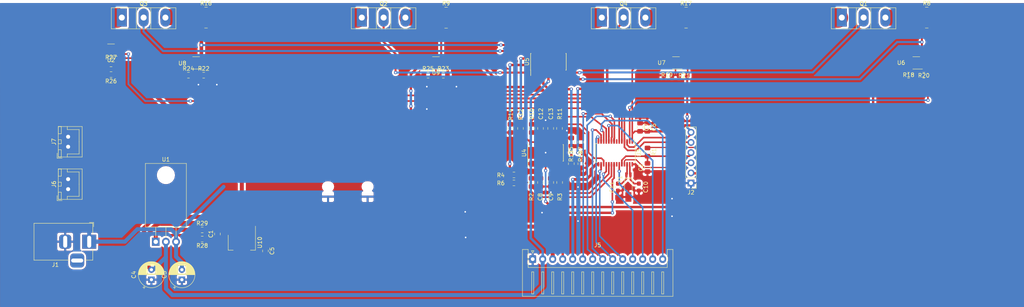
<source format=kicad_pcb>
(kicad_pcb (version 20171130) (host pcbnew 5.1.2-f72e74a~84~ubuntu18.04.1)
  (layers (0 F.Cu signal) (31 B.Cu signal) (34 B.Paste user) (35 F.Paste user) (36 B.SilkS user) (37 F.SilkS user) (38 B.Mask user) (39 F.Mask user) (44 Edge.Cuts user))
  (net 0 "")
  (net 1 "Net-(Q1-Pad2)")
  (net 2 "Net-(Q2-Pad2)")
  (net 3 /I_3)
  (net 4 /I_4)
  (net 5 "Net-(Q3-Pad2)")
  (net 6 /I_2)
  (net 7 "Net-(Q4-Pad2)")
  (net 8 3V3)
  (net 9 +12V)
  (net 10 GND)
  (net 11 /i_sense_adapter/AD_1)
  (net 12 /P1.1)
  (net 13 /P1.2)
  (net 14 /i_sense_adapter/AD_4)
  (net 15 /PWM_3)
  (net 16 /PWM_4)
  (net 17 /PWM_1)
  (net 18 /PWM_2)
  (net 19 /RST)
  (net 20 /TEST)
  (net 21 "Net-(C11-Pad2)")
  (net 22 "Net-(C10-Pad2)")
  (net 23 "Net-(R18-Pad1)")
  (net 24 "Net-(R19-Pad1)")
  (net 25 "Net-(R22-Pad1)")
  (net 26 "Net-(R23-Pad1)")
  (net 27 "Net-(C8-Pad1)")
  (net 28 "Net-(C9-Pad1)")
  (net 29 "Net-(C12-Pad1)")
  (net 30 "Net-(C13-Pad1)")
  (net 31 "Net-(R4-Pad2)")
  (net 32 "Net-(R4-Pad1)")
  (net 33 "Net-(R5-Pad1)")
  (net 34 "Net-(R5-Pad2)")
  (net 35 "Net-(R12-Pad1)")
  (net 36 "Net-(R12-Pad2)")
  (net 37 "Net-(R13-Pad1)")
  (net 38 "Net-(R13-Pad2)")
  (net 39 +5V)
  (net 40 /ENC_B)
  (net 41 /ENC_A)
  (net 42 /IZQ_RUN)
  (net 43 V_BATT_SENSE)
  (net 44 "Net-(R26-Pad2)")
  (net 45 /D5)
  (net 46 /D4)
  (net 47 /D6)
  (net 48 /D7)
  (net 49 /E)
  (net 50 /RS)
  (net 51 /I_1)
  (net 52 "Net-(R28-Pad2)")
  (net 53 /SEL_SP)
  (net 54 /BATT_BOARD)
  (net 55 BAT+)
  (net 56 "Net-(U3-Pad7)")
  (net 57 /DER_STOP)
  (net 58 "Net-(U3-Pad22)")
  (net 59 "Net-(U5-Pad1)")
  (net 60 "Net-(U5-Pad7)")
  (net 61 "Net-(U5-Pad8)")
  (net 62 "Net-(U5-Pad14)")
  (module Resistor_SMD:R_1020_2550Metric_Pad1.33x5.20mm_HandSolder (layer F.Cu) (at 71.5 47.636)
    (fp_text reference R16 (at 0 -3.55) (layer F.SilkS))
    (fp_text value "0.05 2W 1%")
    (pad 2 smd roundrect (at 1.2125 0) (size 1.325 5.2) (layers F.Cu F.Paste F.Mask) (roundrect_rratio 0.188679) (net 10 GND))
    (pad 1 smd roundrect (at -1.2125 0) (size 1.325 5.2) (layers F.Cu F.Paste F.Mask) (roundrect_rratio 0.188679) (net 4 /I_4))
  )
  (module Resistor_SMD:R_1020_2550Metric_Pad1.33x5.20mm_HandSolder (layer F.Cu) (at 191.5125 47.64)
    (fp_text reference R17 (at 0 -3.55) (layer F.SilkS))
    (fp_text value "0.05 2W 1%")
    (pad 2 smd roundrect (at 1.2125 0) (size 1.325 5.2) (layers F.Cu F.Paste F.Mask) (roundrect_rratio 0.188679) (net 10 GND))
    (pad 1 smd roundrect (at -1.2125 0) (size 1.325 5.2) (layers F.Cu F.Paste F.Mask) (roundrect_rratio 0.188679) (net 6 /I_2))
  )
  (module Connector_BarrelJack:BarrelJack_Horizontal (layer F.Cu) (at 42.29 103.67)
    (fp_text reference J1 (at -8.45 5.75) (layer F.SilkS))
    (fp_text value Jack-DC)
    (pad 3 thru_hole roundrect (at -3 4.7) (size 3.5 3.5) (drill oval 3 1) (layers *.Cu *.Mask))
    (pad 2 thru_hole roundrect (at -6 0) (size 3 3.5) (drill oval 1 3) (layers *.Cu *.Mask) (net 10 GND))
    (pad 1 thru_hole rect (at 0 0) (size 3.5 3.5) (drill oval 1 3) (layers *.Cu *.Mask) (net 9 +12V))
  )
  (module Package_SO:SOIC-14_3.9x8.7mm_P1.27mm (layer F.Cu) (at 156.396 81.462 90)
    (fp_text reference U4 (at 0 -5.375 90) (layer F.SilkS))
    (fp_text value MCP6004)
    (pad 14 smd rect (at 2.7 -3.81 90) (size 1.5 0.6) (layers F.Cu F.Paste F.Mask) (net 36 "Net-(R12-Pad2)"))
    (pad 13 smd rect (at 2.7 -2.54 90) (size 1.5 0.6) (layers F.Cu F.Paste F.Mask) (net 36 "Net-(R12-Pad2)"))
    (pad 12 smd rect (at 2.7 -1.27 90) (size 1.5 0.6) (layers F.Cu F.Paste F.Mask) (net 29 "Net-(C12-Pad1)"))
    (pad 11 smd rect (at 2.7 0 90) (size 1.5 0.6) (layers F.Cu F.Paste F.Mask) (net 10 GND))
    (pad 10 smd rect (at 2.7 1.27 90) (size 1.5 0.6) (layers F.Cu F.Paste F.Mask) (net 30 "Net-(C13-Pad1)"))
    (pad 9 smd rect (at 2.7 2.54 90) (size 1.5 0.6) (layers F.Cu F.Paste F.Mask) (net 38 "Net-(R13-Pad2)"))
    (pad 8 smd rect (at 2.7 3.81 90) (size 1.5 0.6) (layers F.Cu F.Paste F.Mask) (net 38 "Net-(R13-Pad2)"))
    (pad 7 smd rect (at -2.7 3.81 90) (size 1.5 0.6) (layers F.Cu F.Paste F.Mask) (net 34 "Net-(R5-Pad2)"))
    (pad 6 smd rect (at -2.7 2.54 90) (size 1.5 0.6) (layers F.Cu F.Paste F.Mask) (net 34 "Net-(R5-Pad2)"))
    (pad 5 smd rect (at -2.7 1.27 90) (size 1.5 0.6) (layers F.Cu F.Paste F.Mask) (net 28 "Net-(C9-Pad1)"))
    (pad 4 smd rect (at -2.7 0 90) (size 1.5 0.6) (layers F.Cu F.Paste F.Mask) (net 8 3V3))
    (pad 3 smd rect (at -2.7 -1.27 90) (size 1.5 0.6) (layers F.Cu F.Paste F.Mask) (net 27 "Net-(C8-Pad1)"))
    (pad 2 smd rect (at -2.7 -2.54 90) (size 1.5 0.6) (layers F.Cu F.Paste F.Mask) (net 31 "Net-(R4-Pad2)"))
    (pad 1 smd rect (at -2.7 -3.81 90) (size 1.5 0.6) (layers F.Cu F.Paste F.Mask) (net 31 "Net-(R4-Pad2)"))
  )
  (module Resistor_SMD:R_0805_2012Metric_Pad1.15x1.40mm_HandSolder (layer F.Cu) (at 127.016 62.042)
    (fp_text reference R25 (at 0 -1.65) (layer F.SilkS))
    (fp_text value 10k)
    (pad 2 smd roundrect (at 1.025 0) (size 1.15 1.4) (layers F.Cu F.Paste F.Mask) (roundrect_rratio 0.217391) (net 26 "Net-(R23-Pad1)"))
    (pad 1 smd roundrect (at -1.025 0) (size 1.15 1.4) (layers F.Cu F.Paste F.Mask) (roundrect_rratio 0.217391) (net 10 GND))
  )
  (module Resistor_SMD:R_0805_2012Metric_Pad1.15x1.40mm_HandSolder (layer F.Cu) (at 67.106 62.042)
    (fp_text reference R24 (at 0 -1.65) (layer F.SilkS))
    (fp_text value 10k)
    (pad 2 smd roundrect (at 1.025 0) (size 1.15 1.4) (layers F.Cu F.Paste F.Mask) (roundrect_rratio 0.217391) (net 25 "Net-(R22-Pad1)"))
    (pad 1 smd roundrect (at -1.025 0) (size 1.15 1.4) (layers F.Cu F.Paste F.Mask) (roundrect_rratio 0.217391) (net 10 GND))
  )
  (module Resistor_SMD:R_0805_2012Metric_Pad1.15x1.40mm_HandSolder (layer F.Cu) (at 130.826 62.042)
    (fp_text reference R23 (at 0 -1.65) (layer F.SilkS))
    (fp_text value 82k)
    (pad 2 smd roundrect (at 1.025 0) (size 1.15 1.4) (layers F.Cu F.Paste F.Mask) (roundrect_rratio 0.217391) (net 13 /P1.2))
    (pad 1 smd roundrect (at -1.025 0) (size 1.15 1.4) (layers F.Cu F.Paste F.Mask) (roundrect_rratio 0.217391) (net 26 "Net-(R23-Pad1)"))
  )
  (module Resistor_SMD:R_0805_2012Metric_Pad1.15x1.40mm_HandSolder (layer F.Cu) (at 70.916 62.042)
    (fp_text reference R22 (at 0 -1.65) (layer F.SilkS))
    (fp_text value 82k)
    (pad 2 smd roundrect (at 1.025 0) (size 1.15 1.4) (layers F.Cu F.Paste F.Mask) (roundrect_rratio 0.217391) (net 14 /i_sense_adapter/AD_4))
    (pad 1 smd roundrect (at -1.025 0) (size 1.15 1.4) (layers F.Cu F.Paste F.Mask) (roundrect_rratio 0.217391) (net 25 "Net-(R22-Pad1)"))
  )
  (module Resistor_SMD:R_0805_2012Metric_Pad1.15x1.40mm_HandSolder (layer F.Cu) (at 186.964 62.042)
    (fp_text reference R21 (at 4.06 0.0675) (layer F.SilkS))
    (fp_text value 10k)
    (pad 2 smd roundrect (at 1.025 0) (size 1.15 1.4) (layers F.Cu F.Paste F.Mask) (roundrect_rratio 0.217391) (net 24 "Net-(R19-Pad1)"))
    (pad 1 smd roundrect (at -1.025 0) (size 1.15 1.4) (layers F.Cu F.Paste F.Mask) (roundrect_rratio 0.217391) (net 10 GND))
  )
  (module Resistor_SMD:R_0805_2012Metric_Pad1.15x1.40mm_HandSolder (layer F.Cu) (at 247.144 62.042)
    (fp_text reference R20 (at 3.81 0.0675) (layer F.SilkS))
    (fp_text value 10k)
    (pad 2 smd roundrect (at 1.025 0) (size 1.15 1.4) (layers F.Cu F.Paste F.Mask) (roundrect_rratio 0.217391) (net 23 "Net-(R18-Pad1)"))
    (pad 1 smd roundrect (at -1.025 0) (size 1.15 1.4) (layers F.Cu F.Paste F.Mask) (roundrect_rratio 0.217391) (net 10 GND))
  )
  (module Resistor_SMD:R_0805_2012Metric_Pad1.15x1.40mm_HandSolder (layer F.Cu) (at 190.774 62.042)
    (fp_text reference R19 (at -4.06 -0.0675) (layer F.SilkS))
    (fp_text value 82k)
    (pad 2 smd roundrect (at 1.025 0) (size 1.15 1.4) (layers F.Cu F.Paste F.Mask) (roundrect_rratio 0.217391) (net 12 /P1.1))
    (pad 1 smd roundrect (at -1.025 0) (size 1.15 1.4) (layers F.Cu F.Paste F.Mask) (roundrect_rratio 0.217391) (net 24 "Net-(R19-Pad1)"))
  )
  (module Resistor_SMD:R_0805_2012Metric_Pad1.15x1.40mm_HandSolder (layer F.Cu) (at 250.954 62.042)
    (fp_text reference R18 (at -3.81 -0.0675) (layer F.SilkS))
    (fp_text value 82k)
    (pad 2 smd roundrect (at 1.025 0) (size 1.15 1.4) (layers F.Cu F.Paste F.Mask) (roundrect_rratio 0.217391) (net 11 /i_sense_adapter/AD_1))
    (pad 1 smd roundrect (at -1.025 0) (size 1.15 1.4) (layers F.Cu F.Paste F.Mask) (roundrect_rratio 0.217391) (net 23 "Net-(R18-Pad1)"))
  )
  (module Package_TO_SOT_THT:TO-247-3_Vertical (layer F.Cu) (at 230.443016 47.636)
    (fp_text reference Q1 (at 5.45 -3.45) (layer F.SilkS))
    (fp_text value IRFP064N)
    (pad 1 thru_hole rect (at 0 0) (size 2.5 4.5) (drill 1.5) (layers *.Cu *.Mask) (net 54 /BATT_BOARD))
    (pad 2 thru_hole oval (at 5.45 0) (size 2.5 4.5) (drill 1.5) (layers *.Cu *.Mask) (net 1 "Net-(Q1-Pad2)"))
    (pad 3 thru_hole oval (at 10.9 0) (size 2.5 4.5) (drill 1.5) (layers *.Cu *.Mask) (net 51 /I_1))
  )
  (module Package_TO_SOT_THT:TO-247-3_Vertical (layer F.Cu) (at 110.4431 47.636)
    (fp_text reference Q2 (at 5.45 -3.45) (layer F.SilkS))
    (fp_text value IRFP064N)
    (pad 1 thru_hole rect (at 0 0) (size 2.5 4.5) (drill 1.5) (layers *.Cu *.Mask) (net 54 /BATT_BOARD))
    (pad 2 thru_hole oval (at 5.45 0) (size 2.5 4.5) (drill 1.5) (layers *.Cu *.Mask) (net 2 "Net-(Q2-Pad2)"))
    (pad 3 thru_hole oval (at 10.9 0) (size 2.5 4.5) (drill 1.5) (layers *.Cu *.Mask) (net 3 /I_3))
  )
  (module Package_TO_SOT_THT:TO-247-3_Vertical (layer F.Cu) (at 50.443142 47.636)
    (fp_text reference Q3 (at 5.45 -3.45) (layer F.SilkS))
    (fp_text value IRFP064N)
    (pad 3 thru_hole oval (at 10.9 0) (size 2.5 4.5) (drill 1.5) (layers *.Cu *.Mask) (net 4 /I_4))
    (pad 2 thru_hole oval (at 5.45 0) (size 2.5 4.5) (drill 1.5) (layers *.Cu *.Mask) (net 5 "Net-(Q3-Pad2)"))
    (pad 1 thru_hole rect (at 0 0) (size 2.5 4.5) (drill 1.5) (layers *.Cu *.Mask) (net 54 /BATT_BOARD))
  )
  (module Package_TO_SOT_THT:TO-247-3_Vertical (layer F.Cu) (at 170.443058 47.64)
    (fp_text reference Q4 (at 5.45 -3.45) (layer F.SilkS))
    (fp_text value IRFP064N)
    (pad 3 thru_hole oval (at 10.9 0) (size 2.5 4.5) (drill 1.5) (layers *.Cu *.Mask) (net 6 /I_2))
    (pad 2 thru_hole oval (at 5.45 0) (size 2.5 4.5) (drill 1.5) (layers *.Cu *.Mask) (net 7 "Net-(Q4-Pad2)"))
    (pad 1 thru_hole rect (at 0 0) (size 2.5 4.5) (drill 1.5) (layers *.Cu *.Mask) (net 54 /BATT_BOARD))
  )
  (module Package_SO:TSSOP-28_4.4x9.7mm_P0.65mm (layer F.Cu) (at 173.836 81.462 270)
    (fp_text reference U3 (at 0 -5.9 270) (layer F.SilkS))
    (fp_text value MSP430G2553IPW28)
    (pad 1 smd rect (at -2.85 -4.225 270) (size 1.1 0.4) (layers F.Cu F.Paste F.Mask) (net 8 3V3))
    (pad 2 smd rect (at -2.85 -3.575 270) (size 1.1 0.4) (layers F.Cu F.Paste F.Mask) (net 11 /i_sense_adapter/AD_1))
    (pad 3 smd rect (at -2.85 -2.925 270) (size 1.1 0.4) (layers F.Cu F.Paste F.Mask) (net 12 /P1.1))
    (pad 4 smd rect (at -2.85 -2.275 270) (size 1.1 0.4) (layers F.Cu F.Paste F.Mask) (net 13 /P1.2))
    (pad 5 smd rect (at -2.85 -1.625 270) (size 1.1 0.4) (layers F.Cu F.Paste F.Mask) (net 14 /i_sense_adapter/AD_4))
    (pad 6 smd rect (at -2.85 -0.975 270) (size 1.1 0.4) (layers F.Cu F.Paste F.Mask) (net 43 V_BATT_SENSE))
    (pad 7 smd rect (at -2.85 -0.325 270) (size 1.1 0.4) (layers F.Cu F.Paste F.Mask) (net 56 "Net-(U3-Pad7)"))
    (pad 8 smd rect (at -2.85 0.325 270) (size 1.1 0.4) (layers F.Cu F.Paste F.Mask) (net 45 /D5))
    (pad 9 smd rect (at -2.85 0.975 270) (size 1.1 0.4) (layers F.Cu F.Paste F.Mask) (net 46 /D4))
    (pad 10 smd rect (at -2.85 1.625 270) (size 1.1 0.4) (layers F.Cu F.Paste F.Mask) (net 42 /IZQ_RUN))
    (pad 11 smd rect (at -2.85 2.275 270) (size 1.1 0.4) (layers F.Cu F.Paste F.Mask) (net 15 /PWM_3))
    (pad 12 smd rect (at -2.85 2.925 270) (size 1.1 0.4) (layers F.Cu F.Paste F.Mask) (net 57 /DER_STOP))
    (pad 13 smd rect (at -2.85 3.575 270) (size 1.1 0.4) (layers F.Cu F.Paste F.Mask) (net 47 /D6))
    (pad 14 smd rect (at -2.85 4.225 270) (size 1.1 0.4) (layers F.Cu F.Paste F.Mask) (net 48 /D7))
    (pad 15 smd rect (at 2.85 4.225 270) (size 1.1 0.4) (layers F.Cu F.Paste F.Mask) (net 49 /E))
    (pad 16 smd rect (at 2.85 3.575 270) (size 1.1 0.4) (layers F.Cu F.Paste F.Mask) (net 41 /ENC_A))
    (pad 17 smd rect (at 2.85 2.925 270) (size 1.1 0.4) (layers F.Cu F.Paste F.Mask) (net 16 /PWM_4))
    (pad 18 smd rect (at 2.85 2.275 270) (size 1.1 0.4) (layers F.Cu F.Paste F.Mask) (net 40 /ENC_B))
    (pad 19 smd rect (at 2.85 1.625 270) (size 1.1 0.4) (layers F.Cu F.Paste F.Mask) (net 18 /PWM_2))
    (pad 20 smd rect (at 2.85 0.975 270) (size 1.1 0.4) (layers F.Cu F.Paste F.Mask) (net 17 /PWM_1))
    (pad 21 smd rect (at 2.85 0.325 270) (size 1.1 0.4) (layers F.Cu F.Paste F.Mask) (net 50 /RS))
    (pad 22 smd rect (at 2.85 -0.325 270) (size 1.1 0.4) (layers F.Cu F.Paste F.Mask) (net 58 "Net-(U3-Pad22)"))
    (pad 23 smd rect (at 2.85 -0.975 270) (size 1.1 0.4) (layers F.Cu F.Paste F.Mask) (net 53 /SEL_SP))
    (pad 24 smd rect (at 2.85 -1.625 270) (size 1.1 0.4) (layers F.Cu F.Paste F.Mask) (net 19 /RST))
    (pad 25 smd rect (at 2.85 -2.275 270) (size 1.1 0.4) (layers F.Cu F.Paste F.Mask) (net 20 /TEST))
    (pad 26 smd rect (at 2.85 -2.925 270) (size 1.1 0.4) (layers F.Cu F.Paste F.Mask) (net 21 "Net-(C11-Pad2)"))
    (pad 27 smd rect (at 2.85 -3.575 270) (size 1.1 0.4) (layers F.Cu F.Paste F.Mask) (net 22 "Net-(C10-Pad2)"))
    (pad 28 smd rect (at 2.85 -4.225 270) (size 1.1 0.4) (layers F.Cu F.Paste F.Mask) (net 10 GND))
  )
  (module Package_TO_SOT_SMD:TSOT-23-5 (layer F.Cu) (at 249.07 58.99 180)
    (fp_text reference U6 (at 3.787619 0.0675 180) (layer F.SilkS))
    (fp_text value AD8603)
    (pad 1 smd rect (at -1.31 -0.95 180) (size 1.22 0.65) (layers F.Cu F.Paste F.Mask) (net 11 /i_sense_adapter/AD_1))
    (pad 2 smd rect (at -1.31 0 180) (size 1.22 0.65) (layers F.Cu F.Paste F.Mask) (net 10 GND))
    (pad 3 smd rect (at -1.31 0.95 180) (size 1.22 0.65) (layers F.Cu F.Paste F.Mask) (net 51 /I_1))
    (pad 4 smd rect (at 1.31 0.95 180) (size 1.22 0.65) (layers F.Cu F.Paste F.Mask) (net 23 "Net-(R18-Pad1)"))
    (pad 5 smd rect (at 1.31 -0.95 180) (size 1.22 0.65) (layers F.Cu F.Paste F.Mask) (net 8 3V3))
  )
  (module Package_TO_SOT_SMD:TSOT-23-5 (layer F.Cu) (at 188.99 58.99 180)
    (fp_text reference U7 (at 3.607619 0.0675 180) (layer F.SilkS))
    (fp_text value AD8603)
    (pad 5 smd rect (at 1.31 -0.95 180) (size 1.22 0.65) (layers F.Cu F.Paste F.Mask) (net 8 3V3))
    (pad 4 smd rect (at 1.31 0.95 180) (size 1.22 0.65) (layers F.Cu F.Paste F.Mask) (net 24 "Net-(R19-Pad1)"))
    (pad 3 smd rect (at -1.31 0.95 180) (size 1.22 0.65) (layers F.Cu F.Paste F.Mask) (net 6 /I_2))
    (pad 2 smd rect (at -1.31 0 180) (size 1.22 0.65) (layers F.Cu F.Paste F.Mask) (net 10 GND))
    (pad 1 smd rect (at -1.31 -0.95 180) (size 1.22 0.65) (layers F.Cu F.Paste F.Mask) (net 12 /P1.1))
  )
  (module Package_TO_SOT_SMD:TSOT-23-5 (layer F.Cu) (at 69.02 58.99 180)
    (fp_text reference U8 (at 3.45 -0.0675 180) (layer F.SilkS))
    (fp_text value AD8603)
    (pad 5 smd rect (at 1.31 -0.95 180) (size 1.22 0.65) (layers F.Cu F.Paste F.Mask) (net 8 3V3))
    (pad 4 smd rect (at 1.31 0.95 180) (size 1.22 0.65) (layers F.Cu F.Paste F.Mask) (net 25 "Net-(R22-Pad1)"))
    (pad 3 smd rect (at -1.31 0.95 180) (size 1.22 0.65) (layers F.Cu F.Paste F.Mask) (net 4 /I_4))
    (pad 2 smd rect (at -1.31 0 180) (size 1.22 0.65) (layers F.Cu F.Paste F.Mask) (net 10 GND))
    (pad 1 smd rect (at -1.31 -0.95 180) (size 1.22 0.65) (layers F.Cu F.Paste F.Mask) (net 14 /i_sense_adapter/AD_4))
  )
  (module Package_TO_SOT_SMD:TSOT-23-5 (layer F.Cu) (at 128.98 58.99 180)
    (fp_text reference U9 (at 0 -2.45 180) (layer F.SilkS))
    (fp_text value AD8603)
    (pad 1 smd rect (at -1.31 -0.95 180) (size 1.22 0.65) (layers F.Cu F.Paste F.Mask) (net 13 /P1.2))
    (pad 2 smd rect (at -1.31 0 180) (size 1.22 0.65) (layers F.Cu F.Paste F.Mask) (net 10 GND))
    (pad 3 smd rect (at -1.31 0.95 180) (size 1.22 0.65) (layers F.Cu F.Paste F.Mask) (net 3 /I_3))
    (pad 4 smd rect (at 1.31 0.95 180) (size 1.22 0.65) (layers F.Cu F.Paste F.Mask) (net 26 "Net-(R23-Pad1)"))
    (pad 5 smd rect (at 1.31 -0.95 180) (size 1.22 0.65) (layers F.Cu F.Paste F.Mask) (net 8 3V3))
  )
  (module Capacitor_SMD:C_0603_1608Metric_Pad1.05x0.95mm_HandSolder (layer F.Cu) (at 179.716 90.022 90)
    (fp_text reference C10 (at 0 1.72 90) (layer F.SilkS))
    (fp_text value 12pF)
    (pad 1 smd roundrect (at -0.875 0 90) (size 1.05 0.95) (layers F.Cu F.Paste F.Mask) (net 10 GND))
    (pad 2 smd roundrect (at 0.875 0 90) (size 1.05 0.95) (layers F.Cu F.Paste F.Mask) (net 22 "Net-(C10-Pad2)"))
  )
  (module Capacitor_SMD:C_0603_1608Metric_Pad1.05x0.95mm_HandSolder (layer F.Cu) (at 174.456 90.022 90)
    (fp_text reference C11 (at 0 -1.43 90) (layer F.SilkS))
    (fp_text value 12pF)
    (pad 2 smd roundrect (at 0.875 0 90) (size 1.05 0.95) (layers F.Cu F.Paste F.Mask) (net 21 "Net-(C11-Pad2)"))
    (pad 1 smd roundrect (at -0.875 0 90) (size 1.05 0.95) (layers F.Cu F.Paste F.Mask) (net 10 GND))
  )
  (module Resistor_SMD:R_0805_2012Metric_Pad1.15x1.40mm_HandSolder (layer F.Cu) (at 181.87 81.26 270)
    (fp_text reference R1 (at 0 -1.65 270) (layer F.SilkS))
    (fp_text value 47k)
    (pad 1 smd roundrect (at -1.025 0 270) (size 1.15 1.4) (layers F.Cu F.Paste F.Mask) (roundrect_rratio 0.217391) (net 8 3V3))
    (pad 2 smd roundrect (at 1.025 0 270) (size 1.15 1.4) (layers F.Cu F.Paste F.Mask) (roundrect_rratio 0.217391) (net 19 /RST))
  )
  (module Resistor_SMD:R_0805_2012Metric_Pad1.15x1.40mm_HandSolder (layer F.Cu) (at 152.876 88.852 270)
    (fp_text reference R2 (at 3.635 0.03 270) (layer F.SilkS))
    (fp_text value 10k)
    (pad 2 smd roundrect (at 1.025 0 270) (size 1.15 1.4) (layers F.Cu F.Paste F.Mask) (roundrect_rratio 0.217391) (net 17 /PWM_1))
    (pad 1 smd roundrect (at -1.025 0 270) (size 1.15 1.4) (layers F.Cu F.Paste F.Mask) (roundrect_rratio 0.217391) (net 27 "Net-(C8-Pad1)"))
  )
  (module Resistor_SMD:R_0805_2012Metric_Pad1.15x1.40mm_HandSolder (layer F.Cu) (at 159.906 88.852 270)
    (fp_text reference R3 (at 3.635 -0.0675 270) (layer F.SilkS))
    (fp_text value 10k)
    (pad 1 smd roundrect (at -1.025 0 270) (size 1.15 1.4) (layers F.Cu F.Paste F.Mask) (roundrect_rratio 0.217391) (net 28 "Net-(C9-Pad1)"))
    (pad 2 smd roundrect (at 1.025 0 270) (size 1.15 1.4) (layers F.Cu F.Paste F.Mask) (roundrect_rratio 0.217391) (net 18 /PWM_2))
  )
  (module Resistor_SMD:R_0805_2012Metric_Pad1.15x1.40mm_HandSolder (layer F.Cu) (at 148.48 86.97)
    (fp_text reference R4 (at -3.295 0.0675) (layer F.SilkS))
    (fp_text value 100k)
    (pad 2 smd roundrect (at 1.025 0) (size 1.15 1.4) (layers F.Cu F.Paste F.Mask) (roundrect_rratio 0.217391) (net 31 "Net-(R4-Pad2)"))
    (pad 1 smd roundrect (at -1.025 0) (size 1.15 1.4) (layers F.Cu F.Paste F.Mask) (roundrect_rratio 0.217391) (net 32 "Net-(R4-Pad1)"))
  )
  (module Resistor_SMD:R_0805_2012Metric_Pad1.15x1.40mm_HandSolder (layer F.Cu) (at 162.818999 84.162 270)
    (fp_text reference R5 (at -3.295 0.0675 270) (layer F.SilkS))
    (fp_text value 100k)
    (pad 1 smd roundrect (at -1.025 0 270) (size 1.15 1.4) (layers F.Cu F.Paste F.Mask) (roundrect_rratio 0.217391) (net 33 "Net-(R5-Pad1)"))
    (pad 2 smd roundrect (at 1.025 0 270) (size 1.15 1.4) (layers F.Cu F.Paste F.Mask) (roundrect_rratio 0.217391) (net 34 "Net-(R5-Pad2)"))
  )
  (module Resistor_SMD:R_0805_2012Metric_Pad1.15x1.40mm_HandSolder (layer F.Cu) (at 148.48 88.97)
    (fp_text reference R6 (at -3.295 0.0675) (layer F.SilkS))
    (fp_text value 10k)
    (pad 1 smd roundrect (at -1.025 0) (size 1.15 1.4) (layers F.Cu F.Paste F.Mask) (roundrect_rratio 0.217391) (net 32 "Net-(R4-Pad1)"))
    (pad 2 smd roundrect (at 1.025 0) (size 1.15 1.4) (layers F.Cu F.Paste F.Mask) (roundrect_rratio 0.217391) (net 10 GND))
  )
  (module Resistor_SMD:R_0805_2012Metric_Pad1.15x1.40mm_HandSolder (layer F.Cu) (at 165.196 84.162 270)
    (fp_text reference R7 (at -3.295 0.0675 270) (layer F.SilkS))
    (fp_text value 10k)
    (pad 2 smd roundrect (at 1.025 0 270) (size 1.15 1.4) (layers F.Cu F.Paste F.Mask) (roundrect_rratio 0.217391) (net 10 GND))
    (pad 1 smd roundrect (at -1.025 0 270) (size 1.15 1.4) (layers F.Cu F.Paste F.Mask) (roundrect_rratio 0.217391) (net 33 "Net-(R5-Pad1)"))
  )
  (module Resistor_SMD:R_1020_2550Metric_Pad1.33x5.20mm_HandSolder (layer F.Cu) (at 251.6825 47.636)
    (fp_text reference R8 (at 0 -3.55) (layer F.SilkS))
    (fp_text value "0.05 2W 1%")
    (pad 1 smd roundrect (at -1.2125 0) (size 1.325 5.2) (layers F.Cu F.Paste F.Mask) (roundrect_rratio 0.188679) (net 51 /I_1))
    (pad 2 smd roundrect (at 1.2125 0) (size 1.325 5.2) (layers F.Cu F.Paste F.Mask) (roundrect_rratio 0.188679) (net 10 GND))
  )
  (module Resistor_SMD:R_1020_2550Metric_Pad1.33x5.20mm_HandSolder (layer F.Cu) (at 131.5225 47.66)
    (fp_text reference R9 (at 0 -3.55) (layer F.SilkS))
    (fp_text value "0.05 2W 1%")
    (pad 1 smd roundrect (at -1.2125 0) (size 1.325 5.2) (layers F.Cu F.Paste F.Mask) (roundrect_rratio 0.188679) (net 3 /I_3))
    (pad 2 smd roundrect (at 1.2125 0) (size 1.325 5.2) (layers F.Cu F.Paste F.Mask) (roundrect_rratio 0.188679) (net 10 GND))
  )
  (module Resistor_SMD:R_0805_2012Metric_Pad1.15x1.40mm_HandSolder (layer F.Cu) (at 152.92 75.342 90)
    (fp_text reference R10 (at 3.64 0.0675 90) (layer F.SilkS))
    (fp_text value 10k)
    (pad 2 smd roundrect (at 1.025 0 90) (size 1.15 1.4) (layers F.Cu F.Paste F.Mask) (roundrect_rratio 0.217391) (net 15 /PWM_3))
    (pad 1 smd roundrect (at -1.025 0 90) (size 1.15 1.4) (layers F.Cu F.Paste F.Mask) (roundrect_rratio 0.217391) (net 29 "Net-(C12-Pad1)"))
  )
  (module Resistor_SMD:R_0805_2012Metric_Pad1.15x1.40mm_HandSolder (layer F.Cu) (at 159.866 75.342 90)
    (fp_text reference R11 (at 3.64 0.0675 90) (layer F.SilkS))
    (fp_text value 10k)
    (pad 2 smd roundrect (at 1.025 0 90) (size 1.15 1.4) (layers F.Cu F.Paste F.Mask) (roundrect_rratio 0.217391) (net 16 /PWM_4))
    (pad 1 smd roundrect (at -1.025 0 90) (size 1.15 1.4) (layers F.Cu F.Paste F.Mask) (roundrect_rratio 0.217391) (net 30 "Net-(C13-Pad1)"))
  )
  (module Resistor_SMD:R_0805_2012Metric_Pad1.15x1.40mm_HandSolder (layer F.Cu) (at 150.116 75.342 270)
    (fp_text reference R12 (at -3.495 -0.0675 270) (layer F.SilkS))
    (fp_text value 100k)
    (pad 1 smd roundrect (at -1.025 0 270) (size 1.15 1.4) (layers F.Cu F.Paste F.Mask) (roundrect_rratio 0.217391) (net 35 "Net-(R12-Pad1)"))
    (pad 2 smd roundrect (at 1.025 0 270) (size 1.15 1.4) (layers F.Cu F.Paste F.Mask) (roundrect_rratio 0.217391) (net 36 "Net-(R12-Pad2)"))
  )
  (module Resistor_SMD:R_0805_2012Metric_Pad1.15x1.40mm_HandSolder (layer F.Cu) (at 162.818999 78.762 90)
    (fp_text reference R13 (at -3.495 -0.0675 90) (layer F.SilkS))
    (fp_text value 100k)
    (pad 1 smd roundrect (at -1.025 0 90) (size 1.15 1.4) (layers F.Cu F.Paste F.Mask) (roundrect_rratio 0.217391) (net 37 "Net-(R13-Pad1)"))
    (pad 2 smd roundrect (at 1.025 0 90) (size 1.15 1.4) (layers F.Cu F.Paste F.Mask) (roundrect_rratio 0.217391) (net 38 "Net-(R13-Pad2)"))
  )
  (module Resistor_SMD:R_0805_2012Metric_Pad1.15x1.40mm_HandSolder (layer F.Cu) (at 147.616 75.342 270)
    (fp_text reference R14 (at -3.495 -0.0675 270) (layer F.SilkS))
    (fp_text value 10k)
    (pad 2 smd roundrect (at 1.025 0 270) (size 1.15 1.4) (layers F.Cu F.Paste F.Mask) (roundrect_rratio 0.217391) (net 10 GND))
    (pad 1 smd roundrect (at -1.025 0 270) (size 1.15 1.4) (layers F.Cu F.Paste F.Mask) (roundrect_rratio 0.217391) (net 35 "Net-(R12-Pad1)"))
  )
  (module Resistor_SMD:R_0805_2012Metric_Pad1.15x1.40mm_HandSolder (layer F.Cu) (at 165.196 78.762 90)
    (fp_text reference R15 (at -3.495 -0.0675 90) (layer F.SilkS))
    (fp_text value 10k)
    (pad 1 smd roundrect (at -1.025 0 90) (size 1.15 1.4) (layers F.Cu F.Paste F.Mask) (roundrect_rratio 0.217391) (net 37 "Net-(R13-Pad1)"))
    (pad 2 smd roundrect (at 1.025 0 90) (size 1.15 1.4) (layers F.Cu F.Paste F.Mask) (roundrect_rratio 0.217391) (net 10 GND))
  )
  (module Capacitor_SMD:C_0805_2012Metric_Pad1.15x1.40mm_HandSolder (layer F.Cu) (at 155.116 88.852 270)
    (fp_text reference C8 (at 3.635 0.06 270) (layer F.SilkS))
    (fp_text value 1uF)
    (pad 2 smd roundrect (at 1.025 0 270) (size 1.15 1.4) (layers F.Cu F.Paste F.Mask) (roundrect_rratio 0.217391) (net 10 GND))
    (pad 1 smd roundrect (at -1.025 0 270) (size 1.15 1.4) (layers F.Cu F.Paste F.Mask) (roundrect_rratio 0.217391) (net 27 "Net-(C8-Pad1)"))
  )
  (module Capacitor_SMD:C_0805_2012Metric_Pad1.15x1.40mm_HandSolder (layer F.Cu) (at 157.666 88.852 270)
    (fp_text reference C9 (at 3.635 -0.0675 270) (layer F.SilkS))
    (fp_text value 1uF)
    (pad 2 smd roundrect (at 1.025 0 270) (size 1.15 1.4) (layers F.Cu F.Paste F.Mask) (roundrect_rratio 0.217391) (net 10 GND))
    (pad 1 smd roundrect (at -1.025 0 270) (size 1.15 1.4) (layers F.Cu F.Paste F.Mask) (roundrect_rratio 0.217391) (net 28 "Net-(C9-Pad1)"))
  )
  (module Capacitor_SMD:C_0805_2012Metric_Pad1.15x1.40mm_HandSolder (layer F.Cu) (at 155.126 75.342 90)
    (fp_text reference C12 (at 3.64 0.0675 90) (layer F.SilkS))
    (fp_text value 1uF)
    (pad 1 smd roundrect (at -1.025 0 90) (size 1.15 1.4) (layers F.Cu F.Paste F.Mask) (roundrect_rratio 0.217391) (net 29 "Net-(C12-Pad1)"))
    (pad 2 smd roundrect (at 1.025 0 90) (size 1.15 1.4) (layers F.Cu F.Paste F.Mask) (roundrect_rratio 0.217391) (net 10 GND))
  )
  (module Capacitor_SMD:C_0805_2012Metric_Pad1.15x1.40mm_HandSolder (layer F.Cu) (at 157.666 75.342 90)
    (fp_text reference C13 (at 3.64 0.04 90) (layer F.SilkS))
    (fp_text value 1uF)
    (pad 1 smd roundrect (at -1.025 0 90) (size 1.15 1.4) (layers F.Cu F.Paste F.Mask) (roundrect_rratio 0.217391) (net 30 "Net-(C13-Pad1)"))
    (pad 2 smd roundrect (at 1.025 0 90) (size 1.15 1.4) (layers F.Cu F.Paste F.Mask) (roundrect_rratio 0.217391) (net 10 GND))
  )
  (module Crystal:Crystal_SMD_MicroCrystal_MS3V-T1R (layer F.Cu) (at 177.086 90.002)
    (fp_text reference Y1 (at -2.07 -1.9625 90) (layer F.SilkS))
    (fp_text value Crystal_GND3_Small)
    (pad 1 smd rect (at -0.5 -3.125) (size 0.6 1.1) (layers F.Cu F.Paste F.Mask) (net 21 "Net-(C11-Pad2)"))
    (pad 2 smd rect (at 0.5 -3.125) (size 0.6 1.1) (layers F.Cu F.Paste F.Mask) (net 22 "Net-(C10-Pad2)"))
    (pad 3 smd rect (at 0 2.475) (size 1.5 2.4) (layers F.Cu F.Paste F.Mask) (net 10 GND))
  )
  (module Package_TO_SOT_SMD:TSOT-23-5 (layer F.Cu) (at 47.75 55.797148 180)
    (fp_text reference U2 (at 0 -2.45 180) (layer F.SilkS))
    (fp_text value AD8603)
    (pad 1 smd rect (at -1.31 -0.95 180) (size 1.22 0.65) (layers F.Cu F.Paste F.Mask) (net 43 V_BATT_SENSE))
    (pad 2 smd rect (at -1.31 0 180) (size 1.22 0.65) (layers F.Cu F.Paste F.Mask) (net 10 GND))
    (pad 3 smd rect (at -1.31 0.95 180) (size 1.22 0.65) (layers F.Cu F.Paste F.Mask) (net 44 "Net-(R26-Pad2)"))
    (pad 4 smd rect (at 1.31 0.95 180) (size 1.22 0.65) (layers F.Cu F.Paste F.Mask) (net 43 V_BATT_SENSE))
    (pad 5 smd rect (at 1.31 -0.95 180) (size 1.22 0.65) (layers F.Cu F.Paste F.Mask) (net 8 3V3))
  )
  (module Resistor_SMD:R_0805_2012Metric_Pad1.15x1.40mm_HandSolder (layer F.Cu) (at 47.75 61.883574 180)
    (fp_text reference R26 (at 0 -1.65 180) (layer F.SilkS))
    (fp_text value 100K)
    (pad 1 smd roundrect (at -1.025 0 180) (size 1.15 1.4) (layers F.Cu F.Paste F.Mask) (roundrect_rratio 0.217391) (net 55 BAT+))
    (pad 2 smd roundrect (at 1.025 0 180) (size 1.15 1.4) (layers F.Cu F.Paste F.Mask) (roundrect_rratio 0.217391) (net 44 "Net-(R26-Pad2)"))
  )
  (module Resistor_SMD:R_0805_2012Metric_Pad1.15x1.40mm_HandSolder (layer F.Cu) (at 47.75 59.215361)
    (fp_text reference R27 (at 0 -1.65) (layer F.SilkS))
    (fp_text value 10K)
    (pad 2 smd roundrect (at 1.025 0) (size 1.15 1.4) (layers F.Cu F.Paste F.Mask) (roundrect_rratio 0.217391) (net 10 GND))
    (pad 1 smd roundrect (at -1.025 0) (size 1.15 1.4) (layers F.Cu F.Paste F.Mask) (roundrect_rratio 0.217391) (net 44 "Net-(R26-Pad2)"))
  )
  (module Capacitor_SMD:C_0805_2012Metric_Pad1.15x1.40mm_HandSolder (layer F.Cu) (at 181.861 85.117 90)
    (fp_text reference C2 (at 0 -1.65 90) (layer F.SilkS))
    (fp_text value 100nF)
    (pad 1 smd roundrect (at -1.025 0 90) (size 1.15 1.4) (layers F.Cu F.Paste F.Mask) (roundrect_rratio 0.217391) (net 10 GND))
    (pad 2 smd roundrect (at 1.025 0 90) (size 1.15 1.4) (layers F.Cu F.Paste F.Mask) (roundrect_rratio 0.217391) (net 19 /RST))
  )
  (module Capacitor_SMD:C_0805_2012Metric_Pad1.15x1.40mm_HandSolder (layer F.Cu) (at 74.352 101.734 90)
    (fp_text reference C1 (at 0 -1.65 90) (layer F.SilkS))
    (fp_text value 0.1uF)
    (pad 2 smd roundrect (at 1.025 0 90) (size 1.15 1.4) (layers F.Cu F.Paste F.Mask) (roundrect_rratio 0.217391) (net 39 +5V))
    (pad 1 smd roundrect (at -1.025 0 90) (size 1.15 1.4) (layers F.Cu F.Paste F.Mask) (roundrect_rratio 0.217391) (net 10 GND))
  )
  (module Capacitor_THT:CP_Radial_D6.3mm_P2.50mm (layer F.Cu) (at 65.462 113.164 90)
    (fp_text reference C3 (at 1.25 -4.4 90) (layer F.SilkS))
    (fp_text value 0.1uF)
    (pad 2 thru_hole circle (at 2.5 0 90) (size 1.6 1.6) (drill 0.8) (layers *.Cu *.Mask) (net 9 +12V))
    (pad 1 thru_hole rect (at 0 0 90) (size 1.6 1.6) (drill 0.8) (layers *.Cu *.Mask) (net 10 GND))
  )
  (module Capacitor_THT:CP_Radial_D6.3mm_P2.50mm (layer F.Cu) (at 57.842 113.164 90)
    (fp_text reference C4 (at 1.25 -4.4 90) (layer F.SilkS))
    (fp_text value 0.1uF)
    (pad 1 thru_hole rect (at 0 0 90) (size 1.6 1.6) (drill 0.8) (layers *.Cu *.Mask) (net 10 GND))
    (pad 2 thru_hole circle (at 2.5 0 90) (size 1.6 1.6) (drill 0.8) (layers *.Cu *.Mask) (net 39 +5V))
  )
  (module Capacitor_SMD:C_0805_2012Metric_Pad1.15x1.40mm_HandSolder (layer F.Cu) (at 86.35 105.98 270)
    (fp_text reference C5 (at 0 -1.65 270) (layer F.SilkS))
    (fp_text value 0.1uF)
    (pad 1 smd roundrect (at -1.025 0 270) (size 1.15 1.4) (layers F.Cu F.Paste F.Mask) (roundrect_rratio 0.217391) (net 10 GND))
    (pad 2 smd roundrect (at 1.025 0 270) (size 1.15 1.4) (layers F.Cu F.Paste F.Mask) (roundrect_rratio 0.217391) (net 8 3V3))
  )
  (module Resistor_SMD:R_0805_2012Metric_Pad1.15x1.40mm_HandSolder (layer F.Cu) (at 70.542 103.004 180)
    (fp_text reference R28 (at 0 -1.65 180) (layer F.SilkS))
    (fp_text value 720)
    (pad 2 smd roundrect (at 1.025 0 180) (size 1.15 1.4) (layers F.Cu F.Paste F.Mask) (roundrect_rratio 0.217391) (net 52 "Net-(R28-Pad2)"))
    (pad 1 smd roundrect (at -1.025 0 180) (size 1.15 1.4) (layers F.Cu F.Paste F.Mask) (roundrect_rratio 0.217391) (net 10 GND))
  )
  (module Resistor_SMD:R_0805_2012Metric_Pad1.15x1.40mm_HandSolder (layer F.Cu) (at 70.542 100.718)
    (fp_text reference R29 (at 0 -1.65) (layer F.SilkS))
    (fp_text value 240)
    (pad 1 smd roundrect (at -1.025 0) (size 1.15 1.4) (layers F.Cu F.Paste F.Mask) (roundrect_rratio 0.217391) (net 52 "Net-(R28-Pad2)"))
    (pad 2 smd roundrect (at 1.025 0) (size 1.15 1.4) (layers F.Cu F.Paste F.Mask) (roundrect_rratio 0.217391) (net 39 +5V))
  )
  (module Package_TO_SOT_THT:TO-220-3_Horizontal_TabDown (layer F.Cu) (at 58.928 103.683)
    (fp_text reference U1 (at 2.54 -20.58) (layer F.SilkS))
    (fp_text value LM317_3PinPackage)
    (pad "" np_thru_hole oval (at 2.54 -16.66) (size 3.5 3.5) (drill 3.5) (layers *.Cu *.Mask))
    (pad 1 thru_hole rect (at 0 0) (size 1.905 2) (drill 1.1) (layers *.Cu *.Mask) (net 52 "Net-(R28-Pad2)"))
    (pad 2 thru_hole oval (at 2.54 0) (size 1.905 2) (drill 1.1) (layers *.Cu *.Mask) (net 39 +5V))
    (pad 3 thru_hole oval (at 5.08 0) (size 1.905 2) (drill 1.1) (layers *.Cu *.Mask) (net 9 +12V))
  )
  (module Package_TO_SOT_SMD:SOT-223-3_TabPin2 (layer F.Cu) (at 80.448 103.868 270)
    (fp_text reference U10 (at 0 -4.5 270) (layer F.SilkS))
    (fp_text value AMS1117-3.3)
    (pad 2 smd rect (at 3.15 0 270) (size 2 3.8) (layers F.Cu F.Paste F.Mask) (net 8 3V3))
    (pad 2 smd rect (at -3.15 0 270) (size 2 1.5) (layers F.Cu F.Paste F.Mask) (net 8 3V3))
    (pad 3 smd rect (at -3.15 2.3 270) (size 2 1.5) (layers F.Cu F.Paste F.Mask) (net 39 +5V))
    (pad 1 smd rect (at -3.15 -2.3 270) (size 2 1.5) (layers F.Cu F.Paste F.Mask) (net 10 GND))
  )
  (module Capacitor_SMD:C_0805_2012Metric_Pad1.15x1.40mm_HandSolder (layer F.Cu) (at 181.82 75.04 270)
    (fp_text reference C6 (at 0 -1.65 270) (layer F.SilkS))
    (fp_text value 10uF/10V)
    (pad 2 smd roundrect (at 1.025 0 270) (size 1.15 1.4) (layers F.Cu F.Paste F.Mask) (roundrect_rratio 0.217391) (net 8 3V3))
    (pad 1 smd roundrect (at -1.025 0 270) (size 1.15 1.4) (layers F.Cu F.Paste F.Mask) (roundrect_rratio 0.217391) (net 10 GND))
  )
  (module Capacitor_SMD:C_0805_2012Metric_Pad1.15x1.40mm_HandSolder (layer F.Cu) (at 180.01 75.04 270)
    (fp_text reference C7 (at 0 -1.65 270) (layer F.SilkS))
    (fp_text value 100nF)
    (pad 1 smd roundrect (at -1.025 0 270) (size 1.15 1.4) (layers F.Cu F.Paste F.Mask) (roundrect_rratio 0.217391) (net 10 GND))
    (pad 2 smd roundrect (at 1.025 0 270) (size 1.15 1.4) (layers F.Cu F.Paste F.Mask) (roundrect_rratio 0.217391) (net 8 3V3))
  )
  (module Connector_JST:JST_XH_S14B-XH-A_1x14_P2.50mm_Horizontal (layer F.Cu) (at 153.17 108.02)
    (fp_text reference J5 (at 16.25 -3.5) (layer F.SilkS))
    (fp_text value Conn_01x14_Male)
    (pad 1 thru_hole roundrect (at 0 0) (size 1.7 1.95) (drill 0.95) (layers *.Cu *.Mask) (roundrect_rratio 0.147059) (net 10 GND))
    (pad 2 thru_hole oval (at 2.5 0) (size 1.7 1.95) (drill 0.95) (layers *.Cu *.Mask) (net 39 +5V))
    (pad 3 thru_hole oval (at 5 0) (size 1.7 1.95) (drill 0.95) (layers *.Cu *.Mask) (net 8 3V3))
    (pad 4 thru_hole oval (at 7.5 0) (size 1.7 1.95) (drill 0.95) (layers *.Cu *.Mask) (net 50 /RS))
    (pad 5 thru_hole oval (at 10 0) (size 1.7 1.95) (drill 0.95) (layers *.Cu *.Mask) (net 49 /E))
    (pad 6 thru_hole oval (at 12.5 0) (size 1.7 1.95) (drill 0.95) (layers *.Cu *.Mask) (net 46 /D4))
    (pad 7 thru_hole oval (at 15 0) (size 1.7 1.95) (drill 0.95) (layers *.Cu *.Mask) (net 45 /D5))
    (pad 8 thru_hole oval (at 17.5 0) (size 1.7 1.95) (drill 0.95) (layers *.Cu *.Mask) (net 47 /D6))
    (pad 9 thru_hole oval (at 20 0) (size 1.7 1.95) (drill 0.95) (layers *.Cu *.Mask) (net 48 /D7))
    (pad 10 thru_hole oval (at 22.5 0) (size 1.7 1.95) (drill 0.95) (layers *.Cu *.Mask) (net 41 /ENC_A))
    (pad 11 thru_hole oval (at 25 0) (size 1.7 1.95) (drill 0.95) (layers *.Cu *.Mask) (net 40 /ENC_B))
    (pad 12 thru_hole oval (at 27.5 0) (size 1.7 1.95) (drill 0.95) (layers *.Cu *.Mask) (net 53 /SEL_SP))
    (pad 13 thru_hole oval (at 30 0) (size 1.7 1.95) (drill 0.95) (layers *.Cu *.Mask) (net 42 /IZQ_RUN))
    (pad 14 thru_hole oval (at 32.5 0) (size 1.7 1.95) (drill 0.95) (layers *.Cu *.Mask) (net 57 /DER_STOP))
  )
  (module Connector_JST:JST_XH_B02B-XH-A_1x02_P2.50mm_Vertical (layer F.Cu) (at 37.02 90.53 90)
    (fp_text reference J6 (at 1.25 -3.55 90) (layer F.SilkS))
    (fp_text value Conn_01x02_Female)
    (pad 1 thru_hole rect (at 0 0 90) (size 1.7 2) (drill 1) (layers *.Cu *.Mask) (net 10 GND))
    (pad 2 thru_hole oval (at 2.5 0 90) (size 1.7 2) (drill 1) (layers *.Cu *.Mask) (net 9 +12V))
  )
  (module Connector_JST:JST_XH_B02B-XH-A_1x02_P2.50mm_Vertical (layer F.Cu) (at 37.02 79.93 90)
    (fp_text reference J7 (at 1.25 -3.55 90) (layer F.SilkS))
    (fp_text value Conn_01x02_Female)
    (pad 2 thru_hole oval (at 2.5 0 90) (size 1.7 2) (drill 1) (layers *.Cu *.Mask) (net 9 +12V))
    (pad 1 thru_hole rect (at 0 0 90) (size 1.7 2) (drill 1) (layers *.Cu *.Mask) (net 10 GND))
  )
  (module Package_SO:SOIC-14_3.9x8.7mm_P1.27mm (layer F.Cu) (at 157.1 58.69 90)
    (fp_text reference U5 (at 0 -5.375 90) (layer F.SilkS))
    (fp_text value TL084)
    (pad 1 smd rect (at -2.7 -3.81 90) (size 1.5 0.6) (layers F.Cu F.Paste F.Mask) (net 59 "Net-(U5-Pad1)"))
    (pad 2 smd rect (at -2.7 -2.54 90) (size 1.5 0.6) (layers F.Cu F.Paste F.Mask) (net 3 /I_3))
    (pad 3 smd rect (at -2.7 -1.27 90) (size 1.5 0.6) (layers F.Cu F.Paste F.Mask) (net 33 "Net-(R5-Pad1)"))
    (pad 4 smd rect (at -2.7 0 90) (size 1.5 0.6) (layers F.Cu F.Paste F.Mask) (net 39 +5V))
    (pad 5 smd rect (at -2.7 1.27 90) (size 1.5 0.6) (layers F.Cu F.Paste F.Mask) (net 32 "Net-(R4-Pad1)"))
    (pad 6 smd rect (at -2.7 2.54 90) (size 1.5 0.6) (layers F.Cu F.Paste F.Mask) (net 51 /I_1))
    (pad 7 smd rect (at -2.7 3.81 90) (size 1.5 0.6) (layers F.Cu F.Paste F.Mask) (net 60 "Net-(U5-Pad7)"))
    (pad 8 smd rect (at 2.7 3.81 90) (size 1.5 0.6) (layers F.Cu F.Paste F.Mask) (net 61 "Net-(U5-Pad8)"))
    (pad 9 smd rect (at 2.7 2.54 90) (size 1.5 0.6) (layers F.Cu F.Paste F.Mask) (net 6 /I_2))
    (pad 10 smd rect (at 2.7 1.27 90) (size 1.5 0.6) (layers F.Cu F.Paste F.Mask) (net 37 "Net-(R13-Pad1)"))
    (pad 11 smd rect (at 2.7 0 90) (size 1.5 0.6) (layers F.Cu F.Paste F.Mask) (net 10 GND))
    (pad 12 smd rect (at 2.7 -1.27 90) (size 1.5 0.6) (layers F.Cu F.Paste F.Mask) (net 35 "Net-(R12-Pad1)"))
    (pad 13 smd rect (at 2.7 -2.54 90) (size 1.5 0.6) (layers F.Cu F.Paste F.Mask) (net 4 /I_4))
    (pad 14 smd rect (at 2.7 -3.81 90) (size 1.5 0.6) (layers F.Cu F.Paste F.Mask) (net 62 "Net-(U5-Pad14)"))
  )
  (module Connector_PinHeader_2.54mm:PinHeader_1x06_P2.54mm_Vertical (layer F.Cu) (at 192.74 89.01 180)
    (fp_text reference J2 (at 0 -2.33 180) (layer F.SilkS))
    (fp_text value Conn_01x06_Male)
    (pad 1 thru_hole rect (at 0 0 180) (size 1.7 1.7) (drill 1) (layers *.Cu *.Mask) (net 10 GND))
    (pad 2 thru_hole oval (at 0 2.54 180) (size 1.7 1.7) (drill 1) (layers *.Cu *.Mask) (net 8 3V3))
    (pad 3 thru_hole oval (at 0 5.08 180) (size 1.7 1.7) (drill 1) (layers *.Cu *.Mask) (net 20 /TEST))
    (pad 4 thru_hole oval (at 0 7.62 180) (size 1.7 1.7) (drill 1) (layers *.Cu *.Mask) (net 19 /RST))
    (pad 5 thru_hole oval (at 0 10.16 180) (size 1.7 1.7) (drill 1) (layers *.Cu *.Mask) (net 13 /P1.2))
    (pad 6 thru_hole oval (at 0 12.7 180) (size 1.7 1.7) (drill 1) (layers *.Cu *.Mask) (net 12 /P1.1))
  )
  (segment (start 166.3 81.8) (end 166.3 82.1) (width 0.3) (layer F.Cu) (net 10))
  (via (at 164.89 61.4) (size 0.8) (drill 0.4) (layers F.Cu B.Cu) (net 1))
  (segment (start 160.91 61.39) (end 164.88 61.39) (width 0.5) (layer F.Cu) (net 1))
  (segment (start 164.88 61.39) (end 164.89 61.4) (width 0.5) (layer F.Cu) (net 1))
  (segment (start 235.893016 48.636) (end 235.893016 47.636) (width 0.5) (layer B.Cu) (net 1))
  (segment (start 223.179016 61.35) (end 235.893016 48.636) (width 0.5) (layer B.Cu) (net 1))
  (segment (start 164.89 61.4) (end 164.94 61.35) (width 0.5) (layer B.Cu) (net 1))
  (segment (start 164.94 61.35) (end 223.179016 61.35) (width 0.5) (layer B.Cu) (net 1))
  (via (at 145 61.38) (size 0.8) (drill 0.4) (layers F.Cu B.Cu) (net 2))
  (via (at 118.88 61.38) (size 0.8) (drill 0.4) (layers F.Cu B.Cu) (net 2))
  (segment (start 145 61.38) (end 118.88 61.38) (width 0.5) (layer B.Cu) (net 2))
  (segment (start 118.88 61.38) (end 118.88 56.7) (width 0.5) (layer F.Cu) (net 2))
  (segment (start 115.8931 53.7131) (end 115.8931 47.636) (width 0.5) (layer F.Cu) (net 2))
  (segment (start 118.88 56.7) (end 115.8931 53.7131) (width 0.5) (layer F.Cu) (net 2))
  (segment (start 130.29 47.68) (end 130.31 47.66) (width 0.5) (layer F.Cu) (net 3))
  (segment (start 130.29 58.04) (end 130.29 47.68) (width 0.5) (layer F.Cu) (net 3))
  (segment (start 131.4 58.04) (end 130.29 58.04) (width 0.6) (layer F.Cu) (net 3))
  (segment (start 121.82 47.636) (end 129 47.636) (width 4) (layer F.Cu) (net 3))
  (segment (start 131.4 58.04) (end 138.94 58.04) (width 0.6) (layer F.Cu) (net 3))
  (segment (start 138.94 58.04) (end 145.9 65) (width 0.6) (layer F.Cu) (net 3))
  (segment (start 145.9 65) (end 153 65) (width 0.6) (layer F.Cu) (net 3))
  (segment (start 153 65) (end 154.6 63.4) (width 0.6) (layer F.Cu) (net 3))
  (segment (start 154.56 63.36) (end 154.56 61.39) (width 0.6) (layer F.Cu) (net 3))
  (segment (start 154.6 63.4) (end 154.56 63.36) (width 0.4) (layer F.Cu) (net 3))
  (segment (start 62 47.524) (end 69 47.524) (width 4) (layer F.Cu) (net 4))
  (segment (start 70.33 47.6785) (end 70.2875 47.636) (width 0.5) (layer F.Cu) (net 4))
  (segment (start 154.56 55.99) (end 154.56 55.03) (width 0.5) (layer F.Cu) (net 4))
  (segment (start 154.56 55.03) (end 154.04 54.51) (width 0.5) (layer F.Cu) (net 4))
  (via (at 70.33 54.5) (size 1) (drill 0.5) (layers F.Cu B.Cu) (net 4))
  (segment (start 70.33 57.9) (end 70.33 54.5) (width 0.9) (layer F.Cu) (net 4))
  (segment (start 70.33 54.5) (end 70.33 47.6785) (width 0.9) (layer F.Cu) (net 4))
  (segment (start 70.34 54.51) (end 70.33 54.5) (width 0.5) (layer B.Cu) (net 4))
  (segment (start 145.22 54.49) (end 145.22 54.49) (width 0.5) (layer B.Cu) (net 4))
  (segment (start 145.22 54.49) (end 70.34 54.51) (width 0.5) (layer B.Cu) (net 4))
  (via (at 145.22 54.49) (size 0.8) (drill 0.4) (layers F.Cu B.Cu) (net 4))
  (segment (start 154.02 54.49) (end 145.22 54.49) (width 0.5) (layer F.Cu) (net 4))
  (segment (start 154.04 54.51) (end 154.02 54.49) (width 0.25) (layer F.Cu) (net 4))
  (via (at 145 55.99) (size 0.8) (drill 0.4) (layers F.Cu B.Cu) (net 5))
  (segment (start 145 55.99) (end 153.29 55.99) (width 0.5) (layer F.Cu) (net 5))
  (segment (start 55.893142 51.133142) (end 55.893142 47.636) (width 0.5) (layer B.Cu) (net 5))
  (segment (start 145 55.99) (end 60.75 55.99) (width 0.5) (layer B.Cu) (net 5))
  (segment (start 60.75 55.99) (end 55.893142 51.133142) (width 0.5) (layer B.Cu) (net 5))
  (segment (start 181.99 47.64) (end 189 47.64) (width 4) (layer F.Cu) (net 6))
  (segment (start 181.343058 48.636) (end 181.343058 47.636) (width 0.5) (layer B.Cu) (net 6))
  (segment (start 190.3 58.04) (end 190.3 57.215) (width 0.5) (layer F.Cu) (net 6))
  (segment (start 190.3 57.215) (end 190.3 52.7) (width 0.5) (layer F.Cu) (net 6))
  (segment (start 190.3 52.7) (end 190.3 47.64) (width 0.5) (layer F.Cu) (net 6))
  (segment (start 186.355842 52.7) (end 190.3 52.7) (width 0.5) (layer F.Cu) (net 6))
  (segment (start 181.445842 57.61) (end 186.355842 52.7) (width 0.5) (layer F.Cu) (net 6))
  (segment (start 160.18 57.61) (end 181.445842 57.61) (width 0.5) (layer F.Cu) (net 6))
  (segment (start 159.64 55.99) (end 159.64 57.07) (width 0.5) (layer F.Cu) (net 6))
  (segment (start 159.64 57.07) (end 160.18 57.61) (width 0.5) (layer F.Cu) (net 6))
  (segment (start 175.893058 48.64) (end 175.893058 47.64) (width 0.5) (layer F.Cu) (net 7))
  (segment (start 168.543058 55.99) (end 175.893058 48.64) (width 0.5) (layer F.Cu) (net 7))
  (segment (start 160.91 55.99) (end 168.543058 55.99) (width 0.5) (layer F.Cu) (net 7))
  (segment (start 178.061 78.612) (end 178.061 76.739) (width 0.4) (layer F.Cu) (net 8))
  (segment (start 178.735 76.065) (end 180.01 76.065) (width 0.4) (layer F.Cu) (net 8))
  (segment (start 178.061 76.739) (end 178.735 76.065) (width 0.4) (layer F.Cu) (net 8))
  (segment (start 180.01 76.065) (end 181.82 76.065) (width 0.4) (layer F.Cu) (net 8))
  (segment (start 195.661 81.451) (end 195.661 85.417) (width 0.6) (layer F.Cu) (net 8))
  (segment (start 195.661 81.287634) (end 195.661 81.451) (width 0.4) (layer F.Cu) (net 8))
  (segment (start 195.661 75.311) (end 194.93 74.58) (width 0.6) (layer F.Cu) (net 8))
  (segment (start 194.93 74.58) (end 191.27 74.58) (width 0.6) (layer F.Cu) (net 8))
  (segment (start 189.785 76.065) (end 181.82 76.065) (width 0.6) (layer F.Cu) (net 8))
  (segment (start 191.27 74.58) (end 189.785 76.065) (width 0.6) (layer F.Cu) (net 8))
  (segment (start 195.661 81.451) (end 195.661 80.209) (width 0.6) (layer F.Cu) (net 8))
  (segment (start 195.661 80.209) (end 195.661 75.311) (width 0.6) (layer F.Cu) (net 8))
  (segment (start 193.704002 80.109) (end 195.661 80.109) (width 0.3) (layer F.Cu) (net 8))
  (segment (start 181.896 80.109) (end 193.704002 80.109) (width 0.3) (layer F.Cu) (net 8))
  (segment (start 181.87 80.235) (end 181.896 80.209) (width 0.3) (layer F.Cu) (net 8))
  (segment (start 195.64 86.572) (end 195.661 86.551) (width 0.4) (layer F.Cu) (net 8))
  (segment (start 193.111 86.572) (end 195.64 86.572) (width 0.6) (layer F.Cu) (net 8))
  (segment (start 195.661 86.551) (end 195.661 85.417) (width 0.6) (layer F.Cu) (net 8))
  (segment (start 88.832 107.018) (end 88.85 107) (width 0.4) (layer F.Cu) (net 8))
  (segment (start 80.448 107.018) (end 88.832 107.018) (width 1) (layer F.Cu) (net 8))
  (segment (start 88.651 107) (end 88.85 107) (width 0.4) (layer F.Cu) (net 8))
  (segment (start 88.85 107) (end 107.81 107) (width 1) (layer F.Cu) (net 8))
  (segment (start 195.661 90.139) (end 195.661 86.551) (width 0.6) (layer F.Cu) (net 8))
  (segment (start 190.8 95) (end 195.661 90.139) (width 0.6) (layer F.Cu) (net 8))
  (segment (start 65.38 59.94) (end 67.71 59.94) (width 0.6) (layer F.Cu) (net 8))
  (segment (start 63.31 57.87) (end 65.38 59.94) (width 0.6) (layer F.Cu) (net 8))
  (segment (start 46.44 56.747148) (end 46.725 56.747148) (width 0.4) (layer F.Cu) (net 8))
  (segment (start 46.725 56.747148) (end 47.847852 57.77) (width 0.4) (layer F.Cu) (net 8))
  (segment (start 187.68 59.94) (end 178.94 59.94) (width 0.4) (layer F.Cu) (net 8))
  (segment (start 178.061 60.819) (end 178.061 76.739) (width 0.4) (layer F.Cu) (net 8))
  (segment (start 178.94 59.94) (end 178.061 60.819) (width 0.4) (layer F.Cu) (net 8))
  (segment (start 247.76 59.94) (end 243.94 59.94) (width 0.6) (layer F.Cu) (net 8))
  (segment (start 243.94 59.94) (end 238.28 65.6) (width 0.6) (layer F.Cu) (net 8))
  (segment (start 238.28 65.6) (end 238.28 79.62) (width 0.6) (layer F.Cu) (net 8))
  (segment (start 195.693999 80.241999) (end 195.661 80.209) (width 0.4) (layer F.Cu) (net 8))
  (segment (start 237.658001 80.241999) (end 195.693999 80.241999) (width 0.6) (layer F.Cu) (net 8))
  (segment (start 238.28 79.62) (end 237.658001 80.241999) (width 0.6) (layer F.Cu) (net 8))
  (segment (start 158.1 95) (end 190.8 95) (width 0.6) (layer F.Cu) (net 8))
  (segment (start 107.81 107) (end 107.81 106.89) (width 0.4) (layer F.Cu) (net 8))
  (segment (start 107.81 106.89) (end 114.8 99.9) (width 1) (layer F.Cu) (net 8))
  (segment (start 58.3 57.87) (end 63.31 57.87) (width 0.6) (layer F.Cu) (net 8))
  (segment (start 80.448 88.648) (end 80.448 100.718) (width 1) (layer F.Cu) (net 8))
  (segment (start 58.3 58.3) (end 58.3 66.5) (width 1) (layer F.Cu) (net 8))
  (segment (start 58.3 66.5) (end 80.448 88.648) (width 1) (layer F.Cu) (net 8))
  (segment (start 80.448 100.718) (end 80.448 107.018) (width 1) (layer F.Cu) (net 8))
  (segment (start 158.17 95.07) (end 158.1 95) (width 0.4) (layer F.Cu) (net 8))
  (segment (start 158.17 108.02) (end 158.17 95.37) (width 1) (layer F.Cu) (net 8))
  (segment (start 156.396 84.162) (end 156.396 85.896) (width 0.4) (layer F.Cu) (net 8))
  (segment (start 156.396 85.896) (end 156.396 85.896) (width 0.4) (layer F.Cu) (net 8))
  (via (at 156.396 85.896) (size 0.8) (drill 0.4) (layers F.Cu B.Cu) (net 8))
  (segment (start 158 95) (end 158.1 95) (width 0.4) (layer F.Cu) (net 8))
  (segment (start 156.396 85.896) (end 156.396 93.596) (width 0.4) (layer B.Cu) (net 8))
  (segment (start 156.396 93.596) (end 156.396 93.596) (width 0.4) (layer B.Cu) (net 8))
  (via (at 156.396 93.596) (size 0.8) (drill 0.4) (layers F.Cu B.Cu) (net 8))
  (segment (start 157.8 95) (end 156.396 93.596) (width 0.6) (layer F.Cu) (net 8))
  (segment (start 158.1 95) (end 157.8 95) (width 0.4) (layer F.Cu) (net 8))
  (segment (start 47.847852 57.77) (end 58.3 57.77) (width 0.4) (layer F.Cu) (net 8))
  (segment (start 127.67 59.94) (end 124.59 59.94) (width 0.6) (layer F.Cu) (net 8))
  (segment (start 124.59 59.94) (end 122.71 61.82) (width 0.6) (layer F.Cu) (net 8))
  (segment (start 122.71 61.82) (end 122.71 65.98) (width 0.6) (layer F.Cu) (net 8))
  (segment (start 122.71 65.98) (end 122.71 65.98) (width 0.25) (layer F.Cu) (net 8))
  (via (at 122.71 65.98) (size 0.8) (drill 0.4) (layers F.Cu B.Cu) (net 8))
  (segment (start 122.71 65.98) (end 122.71 69.76) (width 0.6) (layer B.Cu) (net 8))
  (segment (start 122.71 69.76) (end 122.71 69.76) (width 0.25) (layer B.Cu) (net 8))
  (via (at 122.71 69.76) (size 0.8) (drill 0.4) (layers F.Cu B.Cu) (net 8))
  (segment (start 122.71 99.76) (end 122.57 99.9) (width 0.25) (layer F.Cu) (net 8))
  (segment (start 122.71 69.76) (end 122.71 99.76) (width 0.6) (layer F.Cu) (net 8))
  (segment (start 114.8 99.9) (end 122.57 99.9) (width 1) (layer F.Cu) (net 8))
  (segment (start 122.57 99.9) (end 158.1 99.9) (width 1) (layer F.Cu) (net 8))
  (segment (start 65.462 110.664) (end 65.462 108.846) (width 1) (layer B.Cu) (net 9))
  (segment (start 65.462 108.846) (end 64.008 107.392) (width 1) (layer B.Cu) (net 9))
  (segment (start 64.008 107.392) (end 64.008 103.683) (width 1) (layer B.Cu) (net 9))
  (segment (start 64.008 101.804) (end 64.008 103.683) (width 1) (layer B.Cu) (net 9))
  (segment (start 75.912 89.9) (end 64.008 101.804) (width 0.9) (layer B.Cu) (net 9))
  (segment (start 36.87 88.03) (end 33.63 84.79) (width 1) (layer B.Cu) (net 9))
  (segment (start 33.63 78.85) (end 35.05 77.43) (width 1) (layer B.Cu) (net 9))
  (segment (start 35.05 77.43) (end 37.02 77.43) (width 1) (layer B.Cu) (net 9))
  (segment (start 33.63 84.79) (end 33.63 78.85) (width 1) (layer B.Cu) (net 9))
  (segment (start 37.02 88.03) (end 36.87 88.03) (width 1) (layer B.Cu) (net 9))
  (segment (start 37.17 88.03) (end 37.02 88.03) (width 1) (layer B.Cu) (net 9))
  (segment (start 42.29 103.67) (end 42.29 93.15) (width 1) (layer B.Cu) (net 9))
  (segment (start 42.29 93.15) (end 37.17 88.03) (width 1) (layer B.Cu) (net 9))
  (segment (start 54.33 100.55) (end 62.754 100.55) (width 1) (layer B.Cu) (net 9))
  (segment (start 51.23 103.65) (end 54.33 100.55) (width 1) (layer B.Cu) (net 9))
  (segment (start 44.31 103.65) (end 51.23 103.65) (width 1) (layer B.Cu) (net 9))
  (segment (start 42.29 103.67) (end 44.29 103.67) (width 1) (layer B.Cu) (net 9))
  (segment (start 62.754 100.55) (end 64.008 101.804) (width 1) (layer B.Cu) (net 9))
  (segment (start 44.29 103.67) (end 44.31 103.65) (width 1) (layer B.Cu) (net 9))
  (segment (start 74.549 47.6758) (end 85 47.6758) (width 5) (layer F.Cu) (net 10))
  (segment (start 134.5946 47.7774) (end 145.0456 47.7774) (width 5) (layer F.Cu) (net 10))
  (segment (start 194.6402 47.6758) (end 205.0912 47.6758) (width 5) (layer F.Cu) (net 10))
  (segment (start 254.6858 47.7266) (end 265.1368 47.7266) (width 5) (layer F.Cu) (net 10))
  (via (at 164.5 90) (size 0.8) (drill 0.4) (layers F.Cu B.Cu) (net 10))
  (segment (start 164.5 90) (end 164.5 98.5) (width 0.6) (layer B.Cu) (net 10))
  (segment (start 164.5 98.5) (end 164.5 98.5) (width 0.25) (layer B.Cu) (net 10))
  (via (at 164.5 98.5) (size 0.8) (drill 0.4) (layers F.Cu B.Cu) (net 10))
  (via (at 157.7 91.3) (size 0.8) (drill 0.4) (layers F.Cu B.Cu) (net 10))
  (via (at 155.5 96.4) (size 0.8) (drill 0.4) (layers F.Cu B.Cu) (net 10))
  (segment (start 157.7 94.2) (end 155.5 96.4) (width 0.6) (layer B.Cu) (net 10))
  (segment (start 157.7 91.3) (end 157.7 94.2) (width 0.6) (layer B.Cu) (net 10))
  (via (at 188 92.9) (size 0.8) (drill 0.4) (layers F.Cu B.Cu) (net 10))
  (segment (start 188 92.9) (end 188 93.465685) (width 0.6) (layer B.Cu) (net 10))
  (segment (start 188 93.465685) (end 188 97.3) (width 0.6) (layer B.Cu) (net 10))
  (segment (start 188 97.3) (end 188 97.3) (width 0.25) (layer B.Cu) (net 10))
  (via (at 188 97.3) (size 0.8) (drill 0.4) (layers F.Cu B.Cu) (net 10))
  (via (at 126.7 64.9) (size 0.8) (drill 0.4) (layers F.Cu B.Cu) (net 10))
  (segment (start 126.7 64.9) (end 126.7 65.465685) (width 0.6) (layer B.Cu) (net 10))
  (segment (start 126.7 65.465685) (end 126.7 70.5) (width 0.6) (layer B.Cu) (net 10))
  (segment (start 126.7 70.5) (end 126.7 70.6) (width 0.6) (layer B.Cu) (net 10))
  (via (at 126.7 70.5) (size 0.8) (drill 0.4) (layers F.Cu B.Cu) (net 10))
  (via (at 74.2 64.4) (size 0.8) (drill 0.4) (layers F.Cu B.Cu) (net 10))
  (segment (start 74.2 64.4) (end 69.6 64.4) (width 0.6) (layer B.Cu) (net 10))
  (segment (start 69.6 64.4) (end 69.6 64.4) (width 0.25) (layer B.Cu) (net 10))
  (via (at 69.6 64.4) (size 0.8) (drill 0.4) (layers F.Cu B.Cu) (net 10))
  (segment (start 70.33 58.99) (end 72.49 58.99) (width 0.6) (layer F.Cu) (net 10))
  (segment (start 50.4 55.797148) (end 50.597148 55.797148) (width 0.3) (layer F.Cu) (net 10))
  (segment (start 49.97 55.797148) (end 49.972852 55.8) (width 0.3) (layer F.Cu) (net 10))
  (segment (start 49.06 55.797148) (end 49.97 55.797148) (width 0.6) (layer F.Cu) (net 10))
  (segment (start 49.972852 55.8) (end 50.9 55.8) (width 0.6) (layer F.Cu) (net 10))
  (segment (start 130.29 58.99) (end 133.69 58.99) (width 0.6) (layer F.Cu) (net 10))
  (segment (start 133.69 58.99) (end 134.1 59.4) (width 0.6) (layer F.Cu) (net 10))
  (segment (start 134.1 59.4) (end 134.1 64.9) (width 0.6) (layer F.Cu) (net 10))
  (segment (start 134.1 64.9) (end 134.1 64.9) (width 0.6) (layer F.Cu) (net 10))
  (via (at 134.1 64.9) (size 0.8) (drill 0.4) (layers F.Cu B.Cu) (net 10))
  (segment (start 134.1 64.9) (end 126.7 64.9) (width 0.6) (layer B.Cu) (net 10))
  (segment (start 190.3 58.99) (end 192.79 58.99) (width 0.6) (layer F.Cu) (net 10))
  (segment (start 165.196 77.737) (end 165.196 76.404) (width 1) (layer F.Cu) (net 10))
  (via (at 161.7 75.9) (size 0.8) (drill 0.4) (layers F.Cu B.Cu) (net 10))
  (via (at 156.4 81.4) (size 0.8) (drill 0.4) (layers F.Cu B.Cu) (net 10))
  (segment (start 156.4 81.2) (end 156.4 81.4) (width 0.3) (layer B.Cu) (net 10))
  (segment (start 156.4 74.317) (end 156.4 73.3) (width 0.6) (layer F.Cu) (net 10))
  (segment (start 156.4 74.317) (end 157.666 74.317) (width 1) (layer F.Cu) (net 10))
  (segment (start 155.126 74.317) (end 156.4 74.317) (width 1) (layer F.Cu) (net 10))
  (segment (start 156.4 73.3) (end 156.4 73.3) (width 0.6) (layer F.Cu) (net 10))
  (via (at 156.4 73.3) (size 0.8) (drill 0.4) (layers F.Cu B.Cu) (net 10))
  (segment (start 156.4 73.3) (end 156.4 73.865685) (width 0.3) (layer B.Cu) (net 10))
  (segment (start 156.4 73.3) (end 156.4 81.4) (width 0.6) (layer B.Cu) (net 10))
  (segment (start 157.4 81.4) (end 156.4 81.4) (width 0.6) (layer B.Cu) (net 10))
  (segment (start 157.7 81.1) (end 157.4 81.4) (width 0.6) (layer B.Cu) (net 10))
  (segment (start 157.7 78.9) (end 157.7 81.1) (width 0.6) (layer B.Cu) (net 10))
  (segment (start 161.7 75.9) (end 160.7 75.9) (width 0.6) (layer B.Cu) (net 10))
  (segment (start 160.7 75.9) (end 157.7 78.9) (width 0.6) (layer B.Cu) (net 10))
  (segment (start 250.38 58.99) (end 252.69 58.99) (width 0.6) (layer F.Cu) (net 10))
  (via (at 136.3 96.2) (size 0.8) (drill 0.4) (layers F.Cu B.Cu) (net 10))
  (via (at 136.4 102.6) (size 0.8) (drill 0.4) (layers F.Cu B.Cu) (net 10))
  (segment (start 136.4 96.3) (end 136.3 96.2) (width 0.3) (layer B.Cu) (net 10))
  (segment (start 136.4 102.6) (end 136.4 96.3) (width 0.6) (layer B.Cu) (net 10))
  (segment (start 251.991 60.559) (end 251.991 62.042) (width 0.4) (layer F.Cu) (net 11))
  (segment (start 250.38 59.94) (end 251.39 59.94) (width 0.4) (layer F.Cu) (net 11))
  (segment (start 251.39 59.94) (end 252 60.55) (width 0.4) (layer F.Cu) (net 11))
  (segment (start 252 60.55) (end 251.991 60.559) (width 0.4) (layer F.Cu) (net 11))
  (segment (start 251.979 61.642) (end 251.979 62.442) (width 0.4) (layer F.Cu) (net 11))
  (segment (start 251.979 61.7375) (end 251.979 62.3465) (width 0.4) (layer F.Cu) (net 11))
  (segment (start 177.411 78.612) (end 177.411 70.111) (width 0.4) (layer F.Cu) (net 11))
  (segment (start 177.411 70.111) (end 177.411 70.111) (width 0.4) (layer F.Cu) (net 11))
  (via (at 177.411 70.111) (size 0.8) (drill 0.4) (layers F.Cu B.Cu) (net 11))
  (segment (start 177.411 70.111) (end 179.222 68.3) (width 0.4) (layer B.Cu) (net 11))
  (segment (start 179.222 68.3) (end 252 68.3) (width 0.4) (layer B.Cu) (net 11))
  (segment (start 252 68.3) (end 252 68.3) (width 0.4) (layer B.Cu) (net 11))
  (via (at 252 68.3) (size 0.8) (drill 0.4) (layers F.Cu B.Cu) (net 11))
  (segment (start 251.979 68.279) (end 252 68.3) (width 0.4) (layer F.Cu) (net 11))
  (segment (start 251.979 62.042) (end 251.979 68.279) (width 0.4) (layer F.Cu) (net 11))
  (segment (start 191.901 60.569) (end 191.901 62.052) (width 0.4) (layer F.Cu) (net 12))
  (segment (start 191.91 60.56) (end 191.901 60.569) (width 0.4) (layer F.Cu) (net 12))
  (segment (start 191.3 59.95) (end 191.91 60.56) (width 0.4) (layer F.Cu) (net 12))
  (segment (start 190.29 59.95) (end 191.3 59.95) (width 0.4) (layer F.Cu) (net 12))
  (segment (start 191.883 77.64) (end 193.111 76.412) (width 0.4) (layer F.Cu) (net 12))
  (segment (start 180.87 77.64) (end 191.883 77.64) (width 0.4) (layer F.Cu) (net 12))
  (segment (start 178.51 80) (end 180.87 77.64) (width 0.4) (layer F.Cu) (net 12))
  (segment (start 177.328998 80) (end 178.51 80) (width 0.4) (layer F.Cu) (net 12))
  (segment (start 176.761 78.612) (end 176.761 79.432002) (width 0.4) (layer F.Cu) (net 12))
  (segment (start 176.761 79.432002) (end 177.328998 80) (width 0.4) (layer F.Cu) (net 12))
  (segment (start 191.799 75.1) (end 193.111 76.412) (width 0.5) (layer B.Cu) (net 12))
  (segment (start 191.799 62.842) (end 191.8 62.843) (width 0.5) (layer F.Cu) (net 12))
  (segment (start 191.799 62.042) (end 191.799 62.842) (width 0.5) (layer F.Cu) (net 12))
  (segment (start 191.8 62.843) (end 191.8 72.4) (width 0.5) (layer F.Cu) (net 12))
  (segment (start 191.8 72.4) (end 191.8 72.4) (width 0.5) (layer F.Cu) (net 12))
  (via (at 191.8 72.4) (size 0.8) (drill 0.4) (layers F.Cu B.Cu) (net 12))
  (segment (start 191.799 72.966685) (end 191.799 75.1) (width 0.5) (layer B.Cu) (net 12))
  (segment (start 191.8 72.965685) (end 191.799 72.966685) (width 0.5) (layer B.Cu) (net 12))
  (segment (start 191.8 72.4) (end 191.8 72.965685) (width 0.5) (layer B.Cu) (net 12))
  (segment (start 131.921 60.519) (end 131.921 62.002) (width 0.6) (layer F.Cu) (net 13))
  (segment (start 130.31 59.9) (end 131.32 59.9) (width 0.6) (layer F.Cu) (net 13))
  (segment (start 131.32 59.9) (end 131.93 60.51) (width 0.6) (layer F.Cu) (net 13))
  (segment (start 131.93 60.51) (end 131.921 60.519) (width 0.4) (layer F.Cu) (net 13))
  (segment (start 192.963138 78.804138) (end 193.111 78.952) (width 0.4) (layer F.Cu) (net 13))
  (segment (start 181.075862 78.804138) (end 192.963138 78.804138) (width 0.4) (layer F.Cu) (net 13))
  (segment (start 179.04 80.84) (end 181.075862 78.804138) (width 0.4) (layer F.Cu) (net 13))
  (segment (start 176.9 80.84) (end 179.04 80.84) (width 0.4) (layer F.Cu) (net 13))
  (segment (start 176.111 78.612) (end 176.111 80.051) (width 0.4) (layer F.Cu) (net 13))
  (segment (start 176.111 80.051) (end 176.9 80.84) (width 0.4) (layer F.Cu) (net 13))
  (segment (start 131.851 64.151) (end 131.851 62.042) (width 0.4) (layer F.Cu) (net 13))
  (segment (start 176.111 77.911) (end 176.1 77.9) (width 0.4) (layer F.Cu) (net 13))
  (segment (start 176.111 78.612) (end 176.111 77.911) (width 0.4) (layer F.Cu) (net 13))
  (segment (start 176.1 77.9) (end 176.1 68.9) (width 0.4) (layer F.Cu) (net 13))
  (segment (start 176.1 68.9) (end 174.1 66.9) (width 0.4) (layer F.Cu) (net 13))
  (segment (start 174.1 66.9) (end 134.6 66.9) (width 0.4) (layer F.Cu) (net 13))
  (segment (start 134.6 66.9) (end 131.851 64.151) (width 0.4) (layer F.Cu) (net 13))
  (segment (start 71.34 59.94) (end 71.95 60.55) (width 0.6) (layer F.Cu) (net 14))
  (segment (start 71.95 60.55) (end 71.941 60.559) (width 0.4) (layer F.Cu) (net 14))
  (segment (start 71.941 60.559) (end 71.941 62.042) (width 0.6) (layer F.Cu) (net 14))
  (segment (start 70.33 59.94) (end 71.34 59.94) (width 0.6) (layer F.Cu) (net 14))
  (segment (start 73.7 67.1) (end 71.941 65.341) (width 0.4) (layer F.Cu) (net 14))
  (segment (start 131 67.1) (end 73.7 67.1) (width 0.4) (layer F.Cu) (net 14))
  (segment (start 71.941 65.341) (end 71.941 62.042) (width 0.4) (layer F.Cu) (net 14))
  (segment (start 175.4 70.8) (end 173.3 68.8) (width 0.4) (layer F.Cu) (net 14))
  (segment (start 173.3 68.8) (end 132.7 68.8) (width 0.4) (layer F.Cu) (net 14))
  (segment (start 132.7 68.8) (end 131 67.1) (width 0.4) (layer F.Cu) (net 14))
  (segment (start 175.461 70.861) (end 175.4 70.8) (width 0.4) (layer F.Cu) (net 14))
  (segment (start 175.461 78.612) (end 175.461 70.861) (width 0.4) (layer F.Cu) (net 14))
  (segment (start 152.92 73.438) (end 152.92 74.317) (width 0.4) (layer F.Cu) (net 15))
  (segment (start 153.926 72.432) (end 152.92 73.438) (width 0.4) (layer F.Cu) (net 15))
  (segment (start 167.7 72.41) (end 153.926 72.432) (width 0.4) (layer F.Cu) (net 15))
  (segment (start 171.561 78.612) (end 171.55 75.4) (width 0.4) (layer F.Cu) (net 15))
  (segment (start 171.55 75.4) (end 167.7 72.41) (width 0.4) (layer F.Cu) (net 15))
  (segment (start 165.136 74.317) (end 159.866 74.317) (width 0.4) (layer F.Cu) (net 16))
  (segment (start 170.336 82.792) (end 168.536 82.792) (width 0.4) (layer F.Cu) (net 16))
  (segment (start 168.536 82.792) (end 167.136 81.392) (width 0.4) (layer F.Cu) (net 16))
  (segment (start 167.136 81.392) (end 167.136 76.317) (width 0.4) (layer F.Cu) (net 16))
  (segment (start 167.136 76.317) (end 165.136 74.317) (width 0.4) (layer F.Cu) (net 16))
  (segment (start 170.911 83.367) (end 170.336 82.792) (width 0.4) (layer F.Cu) (net 16))
  (segment (start 170.911 84.312) (end 170.911 83.367) (width 0.4) (layer F.Cu) (net 16))
  (segment (start 167.66 92.52) (end 172.861 87.319) (width 0.4) (layer F.Cu) (net 17))
  (segment (start 172.861 87.319) (end 172.861 84.312) (width 0.4) (layer F.Cu) (net 17))
  (segment (start 152.876 89.877) (end 155.519 92.52) (width 0.4) (layer F.Cu) (net 17))
  (segment (start 155.519 92.52) (end 167.66 92.52) (width 0.4) (layer F.Cu) (net 17))
  (segment (start 160.5 90.9) (end 159.906 89.877) (width 0.4) (layer F.Cu) (net 18))
  (segment (start 160.9 91.5) (end 160.5 90.9) (width 0.4) (layer F.Cu) (net 18))
  (segment (start 167.4 91.5) (end 160.9 91.5) (width 0.4) (layer F.Cu) (net 18))
  (segment (start 172.211 84.312) (end 172.2 86.7) (width 0.4) (layer F.Cu) (net 18))
  (segment (start 172.2 86.7) (end 167.4 91.5) (width 0.4) (layer F.Cu) (net 18))
  (segment (start 181.87 84.083) (end 181.861 84.092) (width 0.4) (layer F.Cu) (net 19))
  (segment (start 181.87 82.285) (end 181.87 84.083) (width 0.4) (layer F.Cu) (net 19))
  (segment (start 181.07 82.285) (end 181.87 82.285) (width 0.4) (layer F.Cu) (net 19))
  (segment (start 176.469456 82.285) (end 181.07 82.285) (width 0.4) (layer F.Cu) (net 19))
  (segment (start 175.461 83.293456) (end 176.469456 82.285) (width 0.4) (layer F.Cu) (net 19))
  (segment (start 175.461 84.312) (end 175.461 83.293456) (width 0.4) (layer F.Cu) (net 19))
  (segment (start 192.318 82.285) (end 193.111 81.492) (width 0.4) (layer F.Cu) (net 19))
  (segment (start 181.87 82.285) (end 192.318 82.285) (width 0.4) (layer F.Cu) (net 19))
  (segment (start 176.111 83.491998) (end 176.410998 83.192) (width 0.3) (layer F.Cu) (net 20))
  (segment (start 176.111 84.312) (end 176.111 83.491998) (width 0.3) (layer F.Cu) (net 20))
  (segment (start 176.410998 83.192) (end 179.061 83.192) (width 0.3) (layer F.Cu) (net 20))
  (segment (start 180.985392 85.116392) (end 187.236608 85.116392) (width 0.3) (layer F.Cu) (net 20))
  (segment (start 188.321 84.032) (end 193.111 84.032) (width 0.3) (layer F.Cu) (net 20))
  (segment (start 179.061 83.192) (end 180.985392 85.116392) (width 0.3) (layer F.Cu) (net 20))
  (segment (start 187.236608 85.116392) (end 188.321 84.032) (width 0.3) (layer F.Cu) (net 20))
  (segment (start 176.586 86.877) (end 176.586 87.972) (width 0.4) (layer F.Cu) (net 21))
  (segment (start 175.411 89.147) (end 174.456 89.147) (width 0.4) (layer F.Cu) (net 21))
  (segment (start 176.586 87.972) (end 175.411 89.147) (width 0.4) (layer F.Cu) (net 21))
  (segment (start 176.761 86.702) (end 176.761 84.312) (width 0.4) (layer F.Cu) (net 21))
  (segment (start 176.586 86.877) (end 176.761 86.702) (width 0.4) (layer F.Cu) (net 21))
  (segment (start 177.461 86.722) (end 177.616 86.877) (width 0.4) (layer F.Cu) (net 22))
  (segment (start 177.461 84.742) (end 177.461 86.722) (width 0.4) (layer F.Cu) (net 22))
  (segment (start 177.586 86.877) (end 177.586 88.182) (width 0.4) (layer F.Cu) (net 22))
  (segment (start 177.586 88.182) (end 178.556 89.152) (width 0.4) (layer F.Cu) (net 22))
  (segment (start 178.561 89.147) (end 179.716 89.147) (width 0.4) (layer F.Cu) (net 22))
  (segment (start 178.556 89.152) (end 178.561 89.147) (width 0.4) (layer F.Cu) (net 22))
  (segment (start 249.072 62.042) (end 249.929 62.042) (width 0.3) (layer F.Cu) (net 23))
  (segment (start 248.169 62.042) (end 249.072 62.042) (width 0.3) (layer F.Cu) (net 23))
  (segment (start 249.072 58.982) (end 249.072 62.042) (width 0.4) (layer F.Cu) (net 23))
  (segment (start 247.76 58.04) (end 248.13 58.04) (width 0.4) (layer F.Cu) (net 23))
  (segment (start 248.13 58.04) (end 249.072 58.982) (width 0.4) (layer F.Cu) (net 23))
  (segment (start 187.989 62.042) (end 188.872 62.042) (width 0.4) (layer F.Cu) (net 24))
  (segment (start 188.872 62.042) (end 189.749 62.042) (width 0.4) (layer F.Cu) (net 24))
  (segment (start 188.872 58.947) (end 188.872 62.042) (width 0.4) (layer F.Cu) (net 24))
  (segment (start 187.965 58.04) (end 188.872 58.947) (width 0.4) (layer F.Cu) (net 24))
  (segment (start 187.68 58.04) (end 187.965 58.04) (width 0.4) (layer F.Cu) (net 24))
  (segment (start 67.995 58.04) (end 67.71 58.04) (width 0.4) (layer F.Cu) (net 25))
  (segment (start 69.008 62.042) (end 69.008 59.053) (width 0.5) (layer F.Cu) (net 25))
  (segment (start 69.008 59.053) (end 67.995 58.04) (width 0.5) (layer F.Cu) (net 25))
  (segment (start 69.008 62.042) (end 69.891 62.042) (width 0.9) (layer F.Cu) (net 25))
  (segment (start 68.131 62.042) (end 69.008 62.042) (width 0.9) (layer F.Cu) (net 25))
  (segment (start 128.942 62.042) (end 129.801 62.042) (width 0.4) (layer F.Cu) (net 26))
  (segment (start 128.041 62.042) (end 128.942 62.042) (width 0.4) (layer F.Cu) (net 26))
  (segment (start 128.942 59.027) (end 128.942 62.042) (width 0.4) (layer F.Cu) (net 26))
  (segment (start 127.955 58.04) (end 128.942 59.027) (width 0.4) (layer F.Cu) (net 26))
  (segment (start 127.67 58.04) (end 127.955 58.04) (width 0.4) (layer F.Cu) (net 26))
  (segment (start 155.116 87.827) (end 152.876 87.827) (width 0.8) (layer F.Cu) (net 27))
  (segment (start 155.116 84.172) (end 155.126 84.162) (width 0.4) (layer F.Cu) (net 27))
  (segment (start 155.116 87.827) (end 155.116 84.172) (width 0.6) (layer F.Cu) (net 27))
  (segment (start 159.906 87.827) (end 157.666 87.827) (width 0.8) (layer F.Cu) (net 28))
  (segment (start 157.666 87.827) (end 157.666 84.162) (width 0.4) (layer F.Cu) (net 28))
  (segment (start 155.126 76.367) (end 155.126 78.762) (width 0.6) (layer F.Cu) (net 29))
  (segment (start 155.126 76.367) (end 152.92 76.367) (width 0.6) (layer F.Cu) (net 29))
  (segment (start 157.666 76.367) (end 157.666 78.762) (width 0.6) (layer F.Cu) (net 30))
  (segment (start 157.666 76.367) (end 159.866 76.367) (width 0.6) (layer F.Cu) (net 30))
  (segment (start 153.054 84.18) (end 153.39 84.18) (width 1.47) (layer F.Cu) (net 31))
  (segment (start 149.505 86.17) (end 149.5 86.165) (width 0.25) (layer F.Cu) (net 31))
  (segment (start 149.505 86.97) (end 149.505 86.17) (width 0.25) (layer F.Cu) (net 31))
  (segment (start 149.5 86.165) (end 149.5 85.27) (width 0.8) (layer F.Cu) (net 31))
  (segment (start 150.608 84.162) (end 152.586 84.162) (width 0.8) (layer F.Cu) (net 31))
  (segment (start 149.5 85.27) (end 150.608 84.162) (width 0.8) (layer F.Cu) (net 31))
  (segment (start 147.455 88.97) (end 147.455 86.97) (width 0.9) (layer F.Cu) (net 32))
  (segment (start 158.37 60.39) (end 157.47 59.49) (width 0.6) (layer F.Cu) (net 32))
  (segment (start 158.37 61.39) (end 158.37 60.39) (width 0.6) (layer F.Cu) (net 32))
  (segment (start 157.47 59.49) (end 147.48 59.49) (width 0.6) (layer F.Cu) (net 32))
  (segment (start 147.48 59.49) (end 147.48 59.49) (width 0.25) (layer F.Cu) (net 32))
  (via (at 147.48 59.49) (size 0.8) (drill 0.4) (layers F.Cu B.Cu) (net 32))
  (segment (start 147.455 86.97) (end 147.455 84.205) (width 0.6) (layer F.Cu) (net 32))
  (segment (start 147.455 84.205) (end 147.455 84.205) (width 0.25) (layer F.Cu) (net 32))
  (via (at 147.455 84.205) (size 0.8) (drill 0.4) (layers F.Cu B.Cu) (net 32))
  (segment (start 147.48 84.18) (end 147.455 84.205) (width 0.25) (layer B.Cu) (net 32))
  (segment (start 147.48 59.49) (end 147.48 84.18) (width 0.6) (layer B.Cu) (net 32))
  (segment (start 162.818999 83.137) (end 165.196 83.137) (width 1) (layer F.Cu) (net 33))
  (segment (start 155.83 61.39) (end 155.83 64.24) (width 0.6) (layer F.Cu) (net 33))
  (segment (start 155.83 64.24) (end 157.12 65.53) (width 0.6) (layer F.Cu) (net 33))
  (segment (start 157.12 65.53) (end 162.818999 65.53) (width 0.6) (layer F.Cu) (net 33))
  (segment (start 162.818999 83.137) (end 162.818999 81.4) (width 0.6) (layer F.Cu) (net 33))
  (segment (start 162.818999 81.4) (end 162.818999 81.4) (width 0.25) (layer F.Cu) (net 33))
  (via (at 162.818999 81.4) (size 0.8) (drill 0.4) (layers F.Cu B.Cu) (net 33))
  (segment (start 162.818999 65.53) (end 162.818999 65.53) (width 0.6) (layer F.Cu) (net 33))
  (via (at 162.818999 65.53) (size 0.8) (drill 0.4) (layers F.Cu B.Cu) (net 33))
  (segment (start 162.818999 81.4) (end 162.818999 65.53) (width 0.6) (layer B.Cu) (net 33))
  (segment (start 159.4 84.172) (end 159.736 84.172) (width 1.47) (layer F.Cu) (net 34))
  (segment (start 160.206 84.612) (end 160.206 84.162) (width 0.6) (layer F.Cu) (net 34))
  (segment (start 162.818999 85.187) (end 160.781 85.187) (width 0.6) (layer F.Cu) (net 34))
  (segment (start 160.781 85.187) (end 160.206 84.612) (width 0.6) (layer F.Cu) (net 34))
  (segment (start 147.616 74.317) (end 150.116 74.317) (width 0.4) (layer F.Cu) (net 35))
  (segment (start 155.83 55.99) (end 155.83 56.44) (width 0.25) (layer F.Cu) (net 35))
  (segment (start 154.4 57.87) (end 150.21 57.87) (width 0.6) (layer F.Cu) (net 35))
  (segment (start 150.21 57.87) (end 150.18 57.87) (width 0.25) (layer F.Cu) (net 35))
  (via (at 150.21 57.87) (size 0.8) (drill 0.4) (layers F.Cu B.Cu) (net 35))
  (segment (start 150.116 74.317) (end 150.116 72.08) (width 0.6) (layer F.Cu) (net 35))
  (segment (start 150.116 72.08) (end 150.116 72.044) (width 0.25) (layer F.Cu) (net 35))
  (via (at 150.116 72.08) (size 0.8) (drill 0.4) (layers F.Cu B.Cu) (net 35))
  (segment (start 150.21 71.986) (end 150.116 72.08) (width 0.25) (layer B.Cu) (net 35))
  (segment (start 150.21 57.87) (end 150.21 71.986) (width 0.6) (layer B.Cu) (net 35))
  (segment (start 155.83 56.99) (end 155.82 57) (width 0.25) (layer F.Cu) (net 35))
  (segment (start 155.83 55.99) (end 155.83 56.99) (width 0.6) (layer F.Cu) (net 35))
  (segment (start 155.82 57) (end 155.82 57.45) (width 0.6) (layer F.Cu) (net 35))
  (segment (start 155.4 57.87) (end 154.4 57.87) (width 0.6) (layer F.Cu) (net 35))
  (segment (start 155.82 57.45) (end 155.4 57.87) (width 0.6) (layer F.Cu) (net 35))
  (segment (start 153.856 78.762) (end 152.586 78.762) (width 0.4) (layer F.Cu) (net 36))
  (segment (start 152.511 78.762) (end 150.116 76.367) (width 0.4) (layer F.Cu) (net 36))
  (segment (start 152.586 78.762) (end 152.511 78.762) (width 0.4) (layer F.Cu) (net 36))
  (segment (start 158.37 55.99) (end 158.37 57.07) (width 0.6) (layer F.Cu) (net 37))
  (segment (start 158.37 57.07) (end 159.9 58.6) (width 0.6) (layer F.Cu) (net 37))
  (segment (start 159.9 58.6) (end 170.8 58.6) (width 0.6) (layer F.Cu) (net 37))
  (segment (start 170.8 58.6) (end 171.8 59.6) (width 0.6) (layer F.Cu) (net 37))
  (segment (start 171.8 59.6) (end 171.8 64.3) (width 0.6) (layer F.Cu) (net 37))
  (segment (start 171.8 64.3) (end 171.8 64.4) (width 0.4) (layer F.Cu) (net 37))
  (segment (start 164.44 79.787) (end 164.44 81.42) (width 0.6) (layer F.Cu) (net 37))
  (segment (start 164.44 79.787) (end 162.818999 79.787) (width 1) (layer F.Cu) (net 37))
  (segment (start 165.196 79.787) (end 164.44 79.787) (width 1) (layer F.Cu) (net 37))
  (segment (start 164.44 81.42) (end 164.44 81.42) (width 0.25) (layer F.Cu) (net 37))
  (via (at 164.44 81.42) (size 0.8) (drill 0.4) (layers F.Cu B.Cu) (net 37))
  (segment (start 171.8 64.3) (end 171.8 64.45) (width 0.25) (layer F.Cu) (net 37))
  (segment (start 171.8 64.45) (end 170.85 65.4) (width 0.6) (layer F.Cu) (net 37))
  (segment (start 170.85 65.4) (end 170.8 65.45) (width 0.25) (layer F.Cu) (net 37))
  (segment (start 170.8 65.45) (end 164.56 65.45) (width 0.6) (layer F.Cu) (net 37))
  (segment (start 164.56 65.45) (end 164.55 65.45) (width 0.25) (layer F.Cu) (net 37))
  (via (at 164.44 65.45) (size 0.8) (drill 0.4) (layers F.Cu B.Cu) (net 37))
  (segment (start 164.56 81.3) (end 164.44 81.42) (width 0.25) (layer B.Cu) (net 37))
  (segment (start 164.44 65.45) (end 164.44 81.3) (width 0.6) (layer B.Cu) (net 37))
  (segment (start 159.87 78.762) (end 159.3 78.762) (width 1.4) (layer F.Cu) (net 38))
  (segment (start 160.206 78.312) (end 160.206 78.762) (width 0.6) (layer F.Cu) (net 38))
  (segment (start 160.781 77.737) (end 160.206 78.312) (width 0.6) (layer F.Cu) (net 38))
  (segment (start 162.818999 77.737) (end 160.781 77.737) (width 0.6) (layer F.Cu) (net 38))
  (segment (start 61.468 103.7305) (end 61.468 103.683) (width 0.7) (layer B.Cu) (net 39))
  (segment (start 58.31 110.664) (end 61.468 107.506) (width 1) (layer B.Cu) (net 39))
  (segment (start 57.842 110.664) (end 58.31 110.664) (width 0.7) (layer B.Cu) (net 39))
  (segment (start 61.468 107.506) (end 61.468 103.7305) (width 1) (layer B.Cu) (net 39))
  (segment (start 71.567 100.718) (end 78.148 100.718) (width 1) (layer F.Cu) (net 39))
  (segment (start 71.567 100.718) (end 71.567 98.433) (width 1) (layer F.Cu) (net 39))
  (segment (start 71.567 98.433) (end 70.6 97.466) (width 1) (layer F.Cu) (net 39))
  (segment (start 70.6 97.466) (end 58.766 97.466) (width 1) (layer F.Cu) (net 39))
  (segment (start 58.766 97.466) (end 56 100.232) (width 1) (layer F.Cu) (net 39))
  (segment (start 56 100.232) (end 56 109) (width 1) (layer F.Cu) (net 39))
  (segment (start 56.178 109) (end 57.842 110.664) (width 1) (layer F.Cu) (net 39))
  (segment (start 56 109) (end 56.178 109) (width 0.4) (layer F.Cu) (net 39))
  (segment (start 157.1 61.39) (end 157.1 63.6) (width 0.6) (layer F.Cu) (net 39))
  (segment (start 157.1 63.6) (end 157.1 63.6) (width 0.4) (layer F.Cu) (net 39))
  (via (at 157.1 63.6) (size 0.8) (drill 0.4) (layers F.Cu B.Cu) (net 39))
  (segment (start 157.1 63.6) (end 152.7 68) (width 0.6) (layer B.Cu) (net 39))
  (segment (start 152.7 68) (end 152.7 102.8) (width 0.6) (layer B.Cu) (net 39))
  (segment (start 155.67 105.77) (end 155.67 108.02) (width 0.6) (layer B.Cu) (net 39))
  (segment (start 152.7 102.8) (end 155.67 105.77) (width 0.6) (layer B.Cu) (net 39))
  (segment (start 155.67 114.73) (end 155.67 108.02) (width 1) (layer B.Cu) (net 39))
  (segment (start 61.468 111.490002) (end 61.5 111.522002) (width 0.4) (layer B.Cu) (net 39))
  (segment (start 61.468 107.506) (end 61.468 111.490002) (width 1) (layer B.Cu) (net 39))
  (segment (start 61.5 111.522002) (end 61.5 115.4) (width 1) (layer B.Cu) (net 39))
  (segment (start 61.5 115.4) (end 63.1 117) (width 1) (layer B.Cu) (net 39))
  (segment (start 63.1 117) (end 153.4 117) (width 1) (layer B.Cu) (net 39))
  (segment (start 153.4 117) (end 155.67 114.73) (width 1) (layer B.Cu) (net 39))
  (segment (start 171.561 84.312) (end 171.561 85.63) (width 0.4) (layer F.Cu) (net 40))
  (segment (start 171.561 85.63) (end 171.561 86.099) (width 0.4) (layer F.Cu) (net 40))
  (segment (start 171.561 86.099) (end 171.541 86.099) (width 0.4) (layer F.Cu) (net 40))
  (segment (start 171.541 86.099) (end 170.85 86.79) (width 0.4) (layer F.Cu) (net 40))
  (segment (start 170.85 86.79) (end 170.85 86.79) (width 0.4) (layer F.Cu) (net 40))
  (via (at 170.85 86.79) (size 0.8) (drill 0.4) (layers F.Cu B.Cu) (net 40))
  (segment (start 178.17 95.91) (end 178.17 108.02) (width 0.4) (layer B.Cu) (net 40))
  (segment (start 178.16 95.84) (end 178.17 95.91) (width 0.4) (layer B.Cu) (net 40))
  (segment (start 170.85 86.79) (end 170.85 88.27) (width 0.4) (layer B.Cu) (net 40))
  (segment (start 170.85 88.27) (end 178.16 95.84) (width 0.4) (layer B.Cu) (net 40))
  (via (at 169.93 86.07) (size 0.8) (drill 0.4) (layers F.Cu B.Cu) (net 41))
  (segment (start 170.27 85.61) (end 169.93 86.07) (width 0.4) (layer F.Cu) (net 41))
  (segment (start 170.261 85.051) (end 170.261 84.312) (width 0.4) (layer F.Cu) (net 41))
  (segment (start 170.27 85.06) (end 170.261 85.051) (width 0.4) (layer F.Cu) (net 41))
  (segment (start 170.27 85.61) (end 170.27 85.06) (width 0.4) (layer F.Cu) (net 41))
  (segment (start 175.67 107.895) (end 175.67 108.02) (width 0.4) (layer B.Cu) (net 41))
  (segment (start 174.42 106.645) (end 175.67 107.895) (width 0.4) (layer B.Cu) (net 41))
  (segment (start 174.295 106.645) (end 174.42 106.645) (width 0.4) (layer B.Cu) (net 41))
  (segment (start 169.93 102.28) (end 174.295 106.645) (width 0.4) (layer B.Cu) (net 41))
  (segment (start 169.93 86.07) (end 169.93 102.28) (width 0.4) (layer B.Cu) (net 41))
  (segment (start 172.211 77.311) (end 172.211 77.311) (width 0.4) (layer F.Cu) (net 42))
  (segment (start 172.211 78.612) (end 172.19 74.63) (width 0.4) (layer F.Cu) (net 42))
  (segment (start 183.17 83.37) (end 183.17 108.02) (width 0.4) (layer B.Cu) (net 42))
  (segment (start 177.1 77.3) (end 183.17 83.37) (width 0.4) (layer B.Cu) (net 42))
  (via (at 172.19 74.63) (size 0.8) (drill 0.4) (layers F.Cu B.Cu) (net 42))
  (segment (start 177.1 77.3) (end 177.1 77.28) (width 0.4) (layer B.Cu) (net 42))
  (segment (start 174.45 74.63) (end 172.19 74.63) (width 0.4) (layer B.Cu) (net 42))
  (segment (start 177.1 77.28) (end 174.45 74.63) (width 0.4) (layer B.Cu) (net 42))
  (segment (start 47.587148 54.847148) (end 46.44 54.847148) (width 0.3) (layer F.Cu) (net 43))
  (segment (start 48.099999 55.359999) (end 47.587148 54.847148) (width 0.3) (layer F.Cu) (net 43))
  (segment (start 48.099999 56.402149) (end 48.099999 55.359999) (width 0.3) (layer F.Cu) (net 43))
  (segment (start 49.06 56.747148) (end 48.444998 56.747148) (width 0.3) (layer F.Cu) (net 43))
  (segment (start 48.444998 56.747148) (end 48.099999 56.402149) (width 0.3) (layer F.Cu) (net 43))
  (segment (start 49.06 56.747148) (end 52.1 56.747148) (width 0.4) (layer F.Cu) (net 43))
  (segment (start 52.1 56.747148) (end 52.147148 56.747148) (width 0.4) (layer F.Cu) (net 43))
  (via (at 52.1 56.747148) (size 0.8) (drill 0.4) (layers F.Cu B.Cu) (net 43))
  (segment (start 52.1 56.747148) (end 52.1 64.3) (width 0.4) (layer B.Cu) (net 43))
  (segment (start 52.1 64.3) (end 56.3 68.5) (width 0.4) (layer B.Cu) (net 43))
  (segment (start 56.3 68.5) (end 67.6 68.5) (width 0.4) (layer B.Cu) (net 43))
  (segment (start 67.6 68.5) (end 67.6 68.5) (width 0.4) (layer B.Cu) (net 43))
  (via (at 67.6 68.5) (size 0.8) (drill 0.4) (layers F.Cu B.Cu) (net 43))
  (segment (start 128.5 68.5) (end 130.2 70.3) (width 0.4) (layer F.Cu) (net 43))
  (segment (start 67.6 68.5) (end 128.5 68.5) (width 0.4) (layer F.Cu) (net 43))
  (segment (start 130.2 70.3) (end 172.7 70.3) (width 0.4) (layer F.Cu) (net 43))
  (segment (start 174.79999 78.60099) (end 174.811 78.612) (width 0.4) (layer F.Cu) (net 43))
  (segment (start 174.79999 72.39999) (end 174.79999 78.60099) (width 0.4) (layer F.Cu) (net 43))
  (segment (start 172.7 70.3) (end 174.79999 72.39999) (width 0.4) (layer F.Cu) (net 43))
  (segment (start 46.72 59.181787) (end 46.72 61.85) (width 0.9) (layer F.Cu) (net 44))
  (segment (start 49.06 53.66) (end 49.06 54.847148) (width 0.5) (layer F.Cu) (net 44))
  (segment (start 45.015361 59.215361) (end 44 58.2) (width 0.5) (layer F.Cu) (net 44))
  (segment (start 46.725 59.215361) (end 45.015361 59.215361) (width 0.5) (layer F.Cu) (net 44))
  (segment (start 44 58.2) (end 44 53.7) (width 0.5) (layer F.Cu) (net 44))
  (segment (start 44 53.7) (end 44.9 52.8) (width 0.5) (layer F.Cu) (net 44))
  (segment (start 44.9 52.8) (end 48.2 52.8) (width 0.5) (layer F.Cu) (net 44))
  (segment (start 48.2 52.8) (end 49.06 53.66) (width 0.5) (layer F.Cu) (net 44))
  (segment (start 173.511 78.211) (end 173.511 78.612) (width 0.4) (layer F.Cu) (net 45))
  (segment (start 173.5 78.2) (end 173.511 78.211) (width 0.4) (layer F.Cu) (net 45))
  (segment (start 173.590011 77.781531) (end 173.590011 73.350011) (width 0.4) (layer F.Cu) (net 45))
  (segment (start 173.511 78.612) (end 173.511 77.860542) (width 0.4) (layer F.Cu) (net 45))
  (segment (start 173.511 77.860542) (end 173.590011 77.781531) (width 0.4) (layer F.Cu) (net 45))
  (segment (start 173.590011 73.350011) (end 172.55 72.31) (width 0.4) (layer F.Cu) (net 45))
  (segment (start 172.55 72.31) (end 172.55 72.31) (width 0.4) (layer F.Cu) (net 45))
  (via (at 172.55 72.31) (size 0.8) (drill 0.4) (layers F.Cu B.Cu) (net 45))
  (segment (start 168.17 106.645) (end 168.17 108.02) (width 0.4) (layer B.Cu) (net 45))
  (segment (start 166.89 105.61) (end 168.17 106.645) (width 0.4) (layer B.Cu) (net 45))
  (segment (start 166.78 74.55) (end 166.89 105.61) (width 0.4) (layer B.Cu) (net 45))
  (segment (start 172.55 72.31) (end 169.13 72.31) (width 0.4) (layer B.Cu) (net 45))
  (segment (start 169.13 72.31) (end 166.78 74.55) (width 0.4) (layer B.Cu) (net 45))
  (segment (start 172.990001 74.245999) (end 170.414002 71.67) (width 0.4) (layer F.Cu) (net 46))
  (segment (start 172.990001 77.532999) (end 172.990001 74.245999) (width 0.4) (layer F.Cu) (net 46))
  (segment (start 172.861 78.612) (end 172.861 77.662) (width 0.4) (layer F.Cu) (net 46))
  (segment (start 172.861 77.662) (end 172.990001 77.532999) (width 0.4) (layer F.Cu) (net 46))
  (segment (start 170.414002 71.67) (end 165.8 71.67) (width 0.4) (layer F.Cu) (net 46))
  (segment (start 165.8 71.67) (end 165.75 71.67) (width 0.4) (layer F.Cu) (net 46))
  (via (at 165.8 71.67) (size 0.8) (drill 0.4) (layers F.Cu B.Cu) (net 46))
  (segment (start 165.8 107.89) (end 165.67 108.02) (width 0.4) (layer B.Cu) (net 46))
  (segment (start 165.8 71.67) (end 165.8 107.89) (width 0.4) (layer B.Cu) (net 46))
  (segment (start 170.261 78.612) (end 170.261 77.662) (width 0.4) (layer F.Cu) (net 47))
  (segment (start 170.261 76.962458) (end 169.038542 75.74) (width 0.4) (layer F.Cu) (net 47))
  (segment (start 170.261 77.662) (end 170.261 76.962458) (width 0.4) (layer F.Cu) (net 47))
  (segment (start 169.038542 75.74) (end 168.11 75.74) (width 0.4) (layer F.Cu) (net 47))
  (segment (start 168.11 75.74) (end 168.11 75.74) (width 0.4) (layer F.Cu) (net 47))
  (via (at 168.11 75.74) (size 0.8) (drill 0.4) (layers F.Cu B.Cu) (net 47))
  (segment (start 170.67 107.895) (end 170.67 108.02) (width 0.4) (layer B.Cu) (net 47))
  (segment (start 168.11 105.335) (end 170.67 107.895) (width 0.4) (layer B.Cu) (net 47))
  (segment (start 168.11 75.74) (end 168.11 105.335) (width 0.4) (layer B.Cu) (net 47))
  (segment (start 169.611 77.721) (end 169.611 77.671) (width 0.4) (layer F.Cu) (net 48))
  (segment (start 169.611 77.671) (end 169.43 77.49) (width 0.4) (layer F.Cu) (net 48))
  (segment (start 169.43 77.49) (end 169.611 77.721) (width 0.4) (layer F.Cu) (net 48))
  (via (at 169.43 77.49) (size 0.8) (drill 0.4) (layers F.Cu B.Cu) (net 48))
  (segment (start 169.611 78.612) (end 169.62 77.75) (width 0.4) (layer F.Cu) (net 48))
  (segment (start 173.17 107.895) (end 173.17 108.02) (width 0.4) (layer B.Cu) (net 48))
  (segment (start 169.030001 103.755001) (end 173.17 107.895) (width 0.4) (layer B.Cu) (net 48))
  (segment (start 169.030001 77.889999) (end 169.030001 103.755001) (width 0.4) (layer B.Cu) (net 48))
  (segment (start 169.43 77.49) (end 169.030001 77.889999) (width 0.4) (layer B.Cu) (net 48))
  (segment (start 167.7 85.623) (end 169.011 84.312) (width 0.7) (layer F.Cu) (net 49))
  (segment (start 169.011 84.312) (end 169.511 84.312) (width 0.7) (layer F.Cu) (net 49))
  (segment (start 167.7 85.623) (end 167.7 87) (width 0.7) (layer F.Cu) (net 49))
  (segment (start 167.7 87) (end 166.6 88.1) (width 0.7) (layer F.Cu) (net 49))
  (segment (start 166.6 88.1) (end 163.2 88.1) (width 0.7) (layer F.Cu) (net 49))
  (segment (start 163.2 88.1) (end 163.2 88.1) (width 0.7) (layer F.Cu) (net 49))
  (via (at 163.2 88.1) (size 0.8) (drill 0.4) (layers F.Cu B.Cu) (net 49))
  (segment (start 163.2 107.99) (end 163.17 108.02) (width 0.4) (layer B.Cu) (net 49))
  (segment (start 163.2 88.1) (end 163.2 107.99) (width 0.7) (layer B.Cu) (net 49))
  (segment (start 160.67 97.63) (end 160.67 108.02) (width 0.6) (layer F.Cu) (net 50))
  (segment (start 161.9 96.4) (end 160.67 97.63) (width 0.6) (layer F.Cu) (net 50))
  (segment (start 161.95 96.45) (end 161.9 96.4) (width 0.4) (layer F.Cu) (net 50))
  (segment (start 173.511 84.312) (end 173.511 87.761) (width 0.4) (layer F.Cu) (net 50))
  (segment (start 173.511 87.761) (end 173.09 88.182) (width 0.4) (layer F.Cu) (net 50))
  (segment (start 173.09 88.182) (end 173.09 93.71) (width 0.4) (layer F.Cu) (net 50))
  (segment (start 173.09 93.71) (end 173.09 93.71) (width 0.4) (layer F.Cu) (net 50))
  (via (at 173.09 93.71) (size 0.8) (drill 0.4) (layers F.Cu B.Cu) (net 50))
  (segment (start 173.11 96.45) (end 161.95 96.45) (width 0.6) (layer F.Cu) (net 50))
  (via (at 173.11 96.45) (size 0.8) (drill 0.4) (layers F.Cu B.Cu) (net 50))
  (segment (start 173.11 93.73) (end 173.09 93.71) (width 0.4) (layer B.Cu) (net 50))
  (segment (start 173.11 96.45) (end 173.11 93.73) (width 0.4) (layer B.Cu) (net 50))
  (segment (start 242.11 47.636) (end 249.2 47.636) (width 4) (layer F.Cu) (net 51))
  (segment (start 250.47 57.95) (end 250.38 58.04) (width 0.5) (layer F.Cu) (net 51))
  (via (at 165.72 63.03) (size 0.8) (drill 0.4) (layers F.Cu B.Cu) (net 51))
  (segment (start 160.83 63.03) (end 165.72 63.03) (width 0.6) (layer F.Cu) (net 51))
  (segment (start 159.64 61.39) (end 159.64 61.84) (width 0.5) (layer F.Cu) (net 51))
  (segment (start 165.72 63.03) (end 234.99 63.03) (width 0.5) (layer B.Cu) (net 51))
  (via (at 250.47 53.75) (size 0.8) (drill 0.4) (layers F.Cu B.Cu) (net 51))
  (segment (start 244.27 53.75) (end 250.47 53.75) (width 0.5) (layer B.Cu) (net 51))
  (segment (start 234.99 63.03) (end 244.27 53.75) (width 0.5) (layer B.Cu) (net 51))
  (segment (start 250.47 47.636) (end 250.47 53.75) (width 0.5) (layer F.Cu) (net 51))
  (segment (start 250.47 53.75) (end 250.47 57.95) (width 0.5) (layer F.Cu) (net 51))
  (segment (start 160.11 63.03) (end 160.83 63.03) (width 0.6) (layer F.Cu) (net 51))
  (segment (start 159.64 61.39) (end 159.64 62.56) (width 0.6) (layer F.Cu) (net 51))
  (segment (start 159.64 62.56) (end 160.11 63.03) (width 0.6) (layer F.Cu) (net 51))
  (segment (start 69.517 103.004) (end 69.517 101.979) (width 1) (layer F.Cu) (net 52))
  (segment (start 69.517 101.979) (end 69.517 100.718) (width 1) (layer F.Cu) (net 52))
  (segment (start 58.928 103.683) (end 58.928 101.828) (width 1) (layer F.Cu) (net 52))
  (segment (start 58.928 101.828) (end 60.056 100.7) (width 1) (layer F.Cu) (net 52))
  (segment (start 60.074 100.718) (end 69.517 100.718) (width 1) (layer F.Cu) (net 52))
  (segment (start 60.056 100.7) (end 60.074 100.718) (width 0.4) (layer F.Cu) (net 52))
  (segment (start 174.811 84.312) (end 174.811 86.061) (width 0.4) (layer F.Cu) (net 53))
  (segment (start 174.811 86.061) (end 174.811 86.061) (width 0.4) (layer F.Cu) (net 53))
  (via (at 174.811 86.061) (size 0.8) (drill 0.4) (layers F.Cu B.Cu) (net 53))
  (segment (start 174.811 86.061) (end 174.811 89.211) (width 0.4) (layer B.Cu) (net 53))
  (segment (start 174.811 89.211) (end 180.68 95.08) (width 0.4) (layer B.Cu) (net 53))
  (segment (start 180.67 95.09) (end 180.67 108.02) (width 0.4) (layer B.Cu) (net 53))
  (segment (start 180.68 95.08) (end 180.67 95.09) (width 0.4) (layer B.Cu) (net 53))
  (segment (start 94.5388 47.6758) (end 109.2929 47.6758) (width 5) (layer F.Cu) (net 54))
  (segment (start 34.47885 47.6758) (end 49.23295 47.6758) (width 5) (layer F.Cu) (net 54))
  (segment (start 154.5369 47.7266) (end 169.291 47.7266) (width 5) (layer F.Cu) (net 54))
  (segment (start 214.7603 47.6758) (end 229.5144 47.6758) (width 5) (layer F.Cu) (net 54))
  (via (at 170.38 75.78) (size 0.8) (drill 0.4) (layers F.Cu B.Cu) (net 57))
  (segment (start 170.911 76.311) (end 170.911 78.612) (width 0.4) (layer F.Cu) (net 57))
  (segment (start 170.38 75.78) (end 170.911 76.311) (width 0.4) (layer F.Cu) (net 57))
  (segment (start 170.38 75.78) (end 170.38 74.23) (width 0.4) (layer B.Cu) (net 57))
  (segment (start 170.38 74.23) (end 171.22 73.39) (width 0.4) (layer B.Cu) (net 57))
  (segment (start 171.22 73.39) (end 181.85 73.39) (width 0.4) (layer B.Cu) (net 57))
  (segment (start 185.67 77.21) (end 185.67 108.02) (width 0.4) (layer B.Cu) (net 57))
  (segment (start 181.85 73.39) (end 185.67 77.21) (width 0.4) (layer B.Cu) (net 57))
  (segment (start 145 61.39) (end 153.29 61.39) (width 0.5) (layer F.Cu) (net 59))
  (segment (start 151 61.39) (end 150.99 61.38) (width 0.5) (layer F.Cu) (net 59))
  (zone (net 8) (net_name 3V3) (layer F.Cu) (connect_pads (clearance 0.508)) (min_thickness 0.254) (fill yes (arc_segments 32) (thermal_gap 0.508) (thermal_bridge_width 0.508))
    (polygon (pts (xy 76.9 105.76) (xy 84.06 105.73) (xy 84.04 118.775) (xy 76.88 118.725) (xy 76.91 105.75)))
  )
  (zone (net 8) (net_name 3V3) (layer F.Cu) (connect_pads (clearance 0.508)) (min_thickness 0.254) (fill yes (arc_segments 16) (thermal_gap 0.508) (thermal_bridge_width 0.508))
    (polygon (pts (xy 58.3 58.9) (xy 57.2 57.7) (xy 59.7 57.7)))
  )
  (zone (net 8) (net_name 3V3) (layer F.Cu) (connect_pads (clearance 0.508)) (min_thickness 0.254) (fill yes (arc_segments 16) (thermal_gap 0.508) (thermal_bridge_width 0.508))
    (polygon (pts (xy 195.5 79.5) (xy 195 80.2) (xy 195.7 80.9) (xy 196.4 80.2) (xy 195.8 79.6) (xy 195.8 79.7)))
  )
  (zone (net 8) (net_name 3V3) (layer F.Cu) (connect_pads (clearance 0.508)) (min_thickness 0.254) (fill yes (arc_segments 16) (thermal_gap 0.508) (thermal_bridge_width 0.508))
    (polygon (pts (xy 158.2 96) (xy 158.2 96.2) (xy 159.3 95.1) (xy 158.2 95.1)))
  )
  (zone (net 8) (net_name 3V3) (layer F.Cu) (connect_pads (clearance 0.508)) (min_thickness 0.254) (fill yes (arc_segments 16) (thermal_gap 0.508) (thermal_bridge_width 0.508))
    (polygon (pts (xy 156.4 99.9) (xy 158.1 98) (xy 158.2 101.8)))
  )
  (zone (net 4) (net_name /I_4) (layer F.Cu) (connect_pads (clearance 0.508)) (min_thickness 0.254) (fill yes (arc_segments 16) (thermal_gap 0.508) (thermal_bridge_width 0.508))
    (polygon (pts (xy 68.6816 45.7962) (xy 69.9008 45.1358) (xy 69.8754 49.9872) (xy 68.6562 49.3014) (xy 68.6308 49.276)))
  )
  (zone (net 10) (net_name GND) (layer F.Cu) (connect_pads (clearance 0.508)) (min_thickness 0.254) (fill yes (arc_segments 16) (thermal_gap 0.508) (thermal_bridge_width 0.508))
    (polygon (pts (xy 73.2282 45.1104) (xy 74.8284 45.2882) (xy 74.6506 50.1142) (xy 73.152 50.0888)))
  )
  (zone (net 10) (net_name GND) (layer F.Cu) (connect_pads (clearance 0.508)) (min_thickness 0.254) (fill yes (arc_segments 16) (thermal_gap 0.508) (thermal_bridge_width 0.508))
    (polygon (pts (xy 133.2738 45.212) (xy 134.874 45.3898) (xy 134.6962 50.2158) (xy 133.1976 50.1904)))
  )
  (zone (net 10) (net_name GND) (layer F.Cu) (connect_pads (clearance 0.508)) (min_thickness 0.254) (fill yes (arc_segments 16) (thermal_gap 0.508) (thermal_bridge_width 0.508))
    (polygon (pts (xy 193.3194 45.1104) (xy 194.9196 45.2882) (xy 194.7418 50.1142) (xy 193.2432 50.0888)))
  )
  (zone (net 10) (net_name GND) (layer F.Cu) (connect_pads (clearance 0.508)) (min_thickness 0.254) (fill yes (arc_segments 16) (thermal_gap 0.508) (thermal_bridge_width 0.508))
    (polygon (pts (xy 253.365 45.1612) (xy 254.9652 45.339) (xy 254.7874 50.165) (xy 253.2888 50.1396)))
  )
  (zone (net 10) (net_name GND) (layer F.Cu) (connect_pads (clearance 0.508)) (min_thickness 0.254) (fill yes (arc_segments 16) (thermal_gap 0.508) (thermal_bridge_width 0.508))
    (polygon (pts (xy 20 44) (xy 276 44) (xy 276 120) (xy 20 120)))
  )
  (zone (net 10) (net_name GND) (layer B.Cu) (connect_pads (clearance 0.508)) (min_thickness 0.254) (fill yes (arc_segments 32) (thermal_gap 0.508) (thermal_bridge_width 0.508))
    (polygon (pts (xy 276 44) (xy 276 120) (xy 20 120) (xy 19.99 43.99) (xy 276.01 44.01)))
  )
)
</source>
